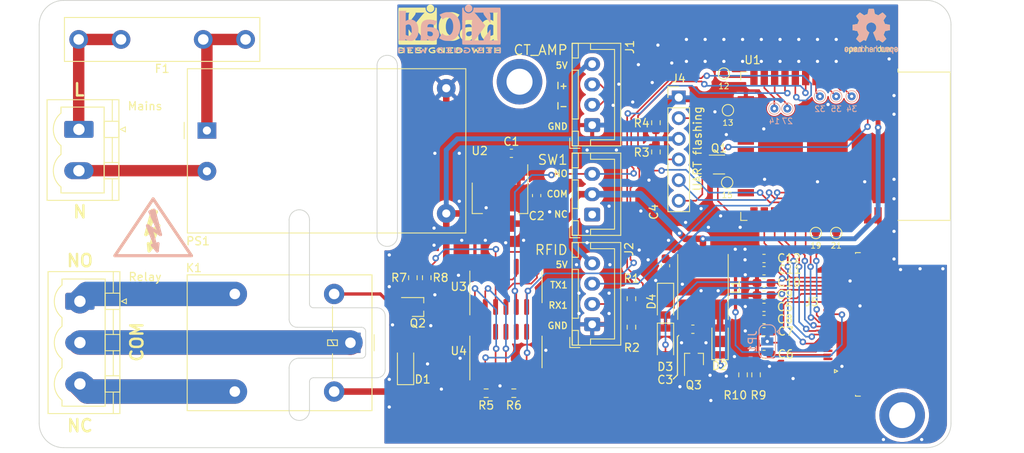
<source format=kicad_pcb>
(kicad_pcb (version 20210925) (generator pcbnew)
  (layers (0 "F.Cu" signal) (31 "B.Cu" signal) (34 "B.Paste" user) (35 "F.Paste" user) (36 "B.SilkS" user "B.Silkscreen") (37 "F.SilkS" user "F.Silkscreen") (38 "B.Mask" user) (39 "F.Mask" user) (44 "Edge.Cuts" user))
  (net 0 "")
  (net 1 "+5V")
  (net 2 "GND")
  (net 3 "+3V3")
  (net 4 "Net-(D1-Pad2)")
  (net 5 "/I_Sens-")
  (net 6 "/I_Sens+")
  (net 7 "Net-(J2-Pad2)")
  (net 8 "/MCU_TX1")
  (net 9 "/N_in")
  (net 10 "/L_in")
  (net 11 "/~{RTS}")
  (net 12 "Net-(J4-Pad4)")
  (net 13 "/MCU_TX0")
  (net 14 "/~{DTR}")
  (net 15 "Net-(F1-Pad2)")
  (net 16 "/~{BOOT}")
  (net 17 "/~{RESET}")
  (net 18 "Net-(Q2-Pad1)")
  (net 19 "/MCU_RX1")
  (net 20 "/MCU_RX0")
  (net 21 "/card_switch")
  (net 22 "/relay_gpio")
  (net 23 "/relay")
  (net 25 "Net-(U1-Pad14)")
  (net 26 "Net-(U1-Pad16)")
  (net 27 "Net-(U1-Pad13)")
  (net 28 "Net-(U1-Pad23)")
  (net 29 "Net-(U1-Pad31)")
  (net 36 "Net-(U1-Pad33)")
  (net 38 "/Display/VGH")
  (net 39 "Net-(C3-Pad1)")
  (net 40 "Net-(C3-Pad2)")
  (net 41 "/Display/VGL")
  (net 43 "Net-(U1-Pad12)")
  (net 45 "Net-(U1-Pad8)")
  (net 46 "/Display/GDR")
  (net 47 "/Relay_trig")
  (net 48 "/Relay_reset")
  (net 49 "/~{relay_gpio}")
  (net 50 "/~{card_switch}")
  (net 51 "Net-(U3-Pad11)")
  (net 52 "/COM")
  (net 53 "/NO")
  (net 54 "/NC")
  (net 55 "/Display/RESE")
  (net 57 "/Display/VSH2")
  (net 58 "/Display/TSCL")
  (net 59 "/Display/TSSDA")
  (net 60 "/Display/BS1")
  (net 61 "/D_BUSY")
  (net 62 "/~{D_RES}")
  (net 63 "/~{D_D{slash}C}")
  (net 64 "/~{D_CS}")
  (net 65 "/SCK")
  (net 66 "/POCI")
  (net 67 "/Display/VDD")
  (net 69 "/Display/VSH1")
  (net 70 "/Display/VSL")
  (net 71 "/Display/VCOM")
  (net 72 "Net-(U1-Pad6)")
  (net 73 "Net-(U1-Pad7)")
  (footprint "Diode_SMD:D_SOD-123" (layer "F.Cu") (at 143.629375 101.933125 90)
    (fp_text reference "D2")
    (fp_text value "MBR0530")
  )
  (footprint "Package_TO_SOT_SMD:SOT-223-3_TabPin2" (layer "F.Cu") (at 116.6 84.3 -90)
    (fp_text reference "U2")
    (fp_text value "AP1117-33")
  )
  (footprint "Fuse:Fuseholder_Littelfuse_445_030_series_5x20mm" (layer "F.Cu") (at 64.85 64.8)
    (fp_text reference "F1")
    (fp_text value "250mA")
  )
  (footprint "TestPoint:TestPoint_Pad_D1.0mm" (layer "F.Cu") (at 155.4 88.6)
    (fp_text reference "TP5" hide)
    (fp_text value "19")
  )
  (footprint "MountingHole:MountingHole_3.2mm_M3_DIN965_Pad" (layer "F.Cu") (at 119 70)
    (fp_text reference "REF**" hide)
    (fp_text value "MountingHole_3.2mm_M3_DIN965_Pad")
  )
  (footprint "Resistor_SMD:R_0603_1608Metric_Pad0.98x0.95mm_HandSolder" (layer "F.Cu") (at 146.454375 106.039855 90)
    (fp_text reference "R10")
    (fp_text value "2R2")
  )
  (footprint "TestPoint:TestPoint_Pad_D1.0mm" (layer "F.Cu") (at 144.6 73.5)
    (fp_text reference "TP2" hide)
    (fp_text value "13")
  )
  (footprint "Resistor_SMD:R_0603_1608Metric_Pad0.98x0.95mm_HandSolder" (layer "F.Cu") (at 135.754855 78.639375 90)
    (fp_text reference "R3")
    (fp_text value "4k7")
  )
  (footprint "Capacitor_SMD:C_0603_1608Metric_Pad1.08x0.95mm_HandSolder" (layer "F.Cu") (at 149.029375 93.239375)
    (fp_text reference "C11")
    (fp_text value "1uF")
  )
  (footprint "Capacitor_SMD:C_0603_1608Metric_Pad1.08x0.95mm_HandSolder" (layer "F.Cu") (at 136.929375 92.633125 90)
    (fp_text reference "C4")
    (fp_text value "4.7uF")
  )
  (footprint "Capacitor_SMD:C_0603_1608Metric_Pad1.08x0.95mm_HandSolder" (layer "F.Cu") (at 149.029375 94.739375)
    (fp_text reference "C10")
    (fp_text value "1uF")
  )
  (footprint "Capacitor_SMD:C_0603_1608Metric_Pad1.08x0.95mm_HandSolder" (layer "F.Cu") (at 140.291875 100.433125 180)
    (fp_text reference "C3")
    (fp_text value "4.7uF")
  )
  (footprint "Capacitor_SMD:C_0603_1608Metric_Pad1.08x0.95mm_HandSolder" (layer "F.Cu") (at 149.029375 97.739375)
    (fp_text reference "C5")
    (fp_text value "4.7uF")
  )
  (footprint "Capacitor_SMD:C_0603_1608Metric_Pad1.08x0.95mm_HandSolder" (layer "F.Cu") (at 149.029375 91.739375)
    (fp_text reference "C12")
    (fp_text value "1uF")
  )
  (footprint "TestPoint:TestPoint_Pad_D1.0mm" (layer "F.Cu") (at 144.5 82.4)
    (fp_text reference "TP4" hide)
    (fp_text value "15")
  )
  (footprint "RF_Module:ESP32-WROOM-32" (layer "F.Cu") (at 156.052355 77.933125 -90)
    (fp_text reference "U1")
    (fp_text value "ESP32-WROOM-32")
  )
  (footprint "Resistor_SMD:R_0603_1608Metric_Pad0.98x0.95mm_HandSolder" (layer "F.Cu") (at 148.054375 106.039855 90)
    (fp_text reference "R9")
    (fp_text value "1M")
  )
  (footprint "Resistor_SMD:R_0603_1608Metric_Pad0.98x0.95mm_HandSolder" (layer "F.Cu") (at 105.9 94.1 -90)
    (fp_text reference "R7")
    (fp_text value "1k")
  )
  (footprint "MountingHole:MountingHole_3.2mm_M3_DIN965_Pad" (layer "F.Cu") (at 166 111)
    (fp_text reference "REF**" hide)
    (fp_text value "MountingHole_3.2mm_M3_DIN965_Pad")
  )
  (footprint "Capacitor_SMD:C_0603_1608Metric_Pad1.08x0.95mm_HandSolder" (layer "F.Cu") (at 121.1 84 90)
    (fp_text reference "C2")
    (fp_text value "1uF")
  )
  (footprint "Connector_JST:JST_XH_B4B-XH-A_1x04_P2.50mm_Vertical" (layer "F.Cu") (at 127.923605 75.333125 90)
    (fp_text reference "J1")
    (fp_text value "CT_AMP")
  )
  (footprint "Diode_SMD:D_SOD-123" (layer "F.Cu") (at 136.929375 101.933125 -90)
    (fp_text reference "D3")
    (fp_text value "MBR0530")
  )
  (footprint "Converter_ACDC:Converter_ACDC_HiLink_HLK-PMxx" (layer "F.Cu") (at 80.6 76)
    (fp_text reference "PS1")
    (fp_text value "HLK-PM01")
  )
  (footprint "Package_SO:SOIC-14_3.9x8.7mm_P1.27mm" (layer "F.Cu") (at 117.33 103.225 90)
    (fp_text reference "U4")
    (fp_text value "4011")
  )
  (footprint "Connector_FFC-FPC:TE_2-1734839-4_1x24-1MP_P0.5mm_Horizontal" (layer "F.Cu") (at 158.229855 99.839375 90)
    (fp_text reference "J5")
    (fp_text value "2-1734839-4")
  )
  (footprint "Resistor_SMD:R_0603_1608Metric_Pad0.98x0.95mm_HandSolder" (layer "F.Cu") (at 107.6 94.1 -90)
    (fp_text reference "R8")
    (fp_text value "10k")
  )
  (footprint "Connector_JST:JST_XH_B4B-XH-A_1x04_P2.50mm_Vertical" (layer "F.Cu") (at 127.923605 99.833125 90)
    (fp_text reference "J2")
    (fp_text value "RFID")
  )
  (footprint "Diode_SMD:D_SOD-123" (layer "F.Cu") (at 105 105 90)
    (fp_text reference "D1")
    (fp_text value "D_Small")
  )
  (footprint "Capacitor_SMD:C_0603_1608Metric_Pad1.08x0.95mm_HandSolder" (layer "F.Cu") (at 149.029375 100.739375)
    (fp_text reference "C7")
    (fp_text value "1uF")
  )
  (footprint "Resistor_SMD:R_0603_1608Metric_Pad0.98x0.95mm_HandSolder" (layer "F.Cu") (at 118.3 108.3 180)
    (fp_text reference "R6")
    (fp_text value "10k")
  )
  (footprint "Capacitor_SMD:C_0603_1608Metric_Pad1.08x0.95mm_HandSolder" (layer "F.Cu") (at 149.029375 96.239375)
    (fp_text reference "C9")
    (fp_text value "1uF")
  )
  (footprint "Package_TO_SOT_SMD:SOT-363_SC-70-6" (layer "F.Cu") (at 143.502355 80.183125)
    (fp_text reference "Q1")
    (fp_text value "MUN5211DW1")
  )
  (footprint "Graphics:kiwi10mm" (layer "F.Cu") (at 131.5 107.5)
    (fp_text reference "G***" hide)
    (fp_text value "LOGO" hide)
  )
  (footprint "Symbol:KiCad-Logo2_5mm_SilkScreen" (layer "F.Cu") (at 110.4 63.5)
    (fp_text reference "REF**" hide)
    (fp_text value "KiCad-Logo2_5mm_SilkScreen" hide)
  )
  (footprint "Package_TO_SOT_SMD:SOT-323_SC-70_Handsoldering" (layer "F.Cu") (at 140.429375 104.133125 90)
    (fp_text reference "Q3")
    (fp_text value "Si1308EDL")
  )
  (footprint "Resistor_SMD:R_0603_1608Metric_Pad0.98x0.95mm_HandSolder" (layer "F.Cu") (at 135.754855 75.039375 90)
    (fp_text reference "R4")
    (fp_text value "9k1")
  )
  (footprint "Resistor_SMD:R_0603_1608Metric_Pad0.98x0.95mm_HandSolder" (layer "F.Cu") (at 132.748605 96.683125 -90)
    (fp_text reference "R1")
    (fp_text value "4k7")
  )
  (footprint "Resistor_SMD:R_0603_1608Metric_Pad0.98x0.95mm_HandSolder" (layer "F.Cu") (at 132.748605 100.183125 -90)
    (fp_text reference "R2")
    (fp_text value "9k1")
  )
  (footprint "Connector_Phoenix_MSTB:PhoenixContact_MSTBVA_2,5_2-G-5,08_1x02_P5.08mm_Vertical" (layer "F.Cu") (at 64.8775 75.86 -90)
    (fp_text reference "J3" hide)
    (fp_text value "Mains")
  )
  (footprint "Relay_THT:Relay_SPDT_Omron-G5LE-1" (layer "F.Cu") (at 98.2275 102.1 -90)
    (fp_text reference "K1")
    (fp_text value "G5LE-1")
  )
  (footprint "Package_TO_SOT_SMD:SOT-323_SC-70_Handsoldering" (layer "F.Cu") (at 106.5 97.7)
    (fp_text reference "Q2")
    (fp_text value "Q_NMOS_GDS")
  )
  (footprint "Diode_SMD:D_SOD-123" (layer "F.Cu") (at 136.929375 97.033125 -90)
    (fp_text reference "D4")
    (fp_text value "MBR0530")
  )
  (footprint "Capacitor_SMD:C_0603_1608Metric_Pad1.08x0.95mm_HandSolder" (layer "F.Cu") (at 149.029375 103.539375)
    (fp_text reference "C6")
    (fp_text value "1uF")
  )
  (footprint "Inductor_SMD:L_Taiyo-Yuden_NR-60xx_HandSoldering" (layer "F.Cu") (at 141.529375 95.233125 -90)
    (fp_text reference "L1")
    (fp_text value "47uH")
  )
  (footprint "Symbol:OSHW-Logo2_7.3x6mm_SilkScreen" (layer "F.Cu") (at 162.2 63.8)
    (fp_text reference "REF**" hide)
    (fp_text value "OSHW-Logo2_7.3x6mm_SilkScreen" hide)
  )
  (footprint "Connector_Phoenix_MSTB:PhoenixContact_MSTBVA_2,5_3-G-5,08_1x03_P5.08mm_Vertical" (layer "F.Cu") (at 65 97 -90)
    (fp_text reference "J6" hide)
    (fp_text value "Relay")
  )
  (footprint "Capacitor_SMD:C_0603_1608Metric_Pad1.08x0.95mm_HandSolder" (layer "F.Cu") (at 149.029375 99.239375)
    (fp_text reference "C8")
    (fp_text value "1uF")
  )
  (footprint "TestPoint:TestPoint_Pad_D1.0mm" (layer "F.Cu") (at 144.1 69)
    (fp_text reference "TP1" hide)
    (fp_text value "12")
  )
  (footprint "Package_SO:SOIC-14_3.9x8.7mm_P1.27mm" (layer "F.Cu") (at 117.33 95.225 90)
    (fp_text reference "U3")
    (fp_text value "4011")
  )
  (footprint "TestPoint:TestPoint_Pad_D1.0mm" (layer "F.Cu") (at 157.9 88.6)
    (fp_text reference "TP6" hide)
    (fp_text value "21")
  )
  (footprint "Connector_PinHeader_2.54mm:PinHeader_1x06_P2.54mm_Vertical" (layer "F.Cu") (at 138.554855 71.939375)
    (fp_text reference "J4")
    (fp_text value "UART flashing")
  )
  (footprint "Capacitor_SMD:C_0603_1608Metric_Pad1.08x0.95mm_HandSolder" (layer "F.Cu") (at 118 78.8)
    (fp_text reference "C1")
    (fp_text value "10uF")
  )
  (footprint "Resistor_SMD:R_0603_1608Metric_Pad0.98x0.95mm_HandSolder" (layer "F.Cu") (at 114.9 108.3)
    (fp_text reference "R5")
    (fp_text value "10k")
  )
  (footprint "Symbol:Symbol_HighVoltage_Type2_CopperTop_VerySmall" (layer "F.Cu") (at 74 88.6)
    (fp_text reference "REF**" hide)
    (fp_text value "Symbol_HighVoltage_Type2_CopperTop_VerySmall")
  )
  (footprint "Connector_JST:JST_XH_B3B-XH-A_1x03_P2.50mm_Vertical" (layer "F.Cu") (at 127.923605 86.333125 90)
    (fp_text reference "SW1")
    (fp_text value "SW_SPDT" hide)
  )
  (footprint "TestPoint:TestPoint_Pad_D1.0mm" (layer "B.Cu") (at 151.9 73.3 180)
    (fp_text reference "TP7" hide)
    (fp_text value "27")
  )
  (footprint "Symbol:Symbol_HighVoltage_Type2_CopperTop_VerySmall" (layer "B.Cu") (at 74 88.6 180)
    (fp_text reference "REF**" hide)
    (fp_text value "Symbol_HighVoltage_Type2_CopperTop_VerySmall")
  )
  (footprint "TestPoint:TestPoint_Pad_D1.0mm" (layer "B.Cu") (at 150.3 73.3 180)
    (fp_text reference "TP3" hide)
    (fp_text value "14")
  )
  (footprint "Symbol:KiCad-Logo2_5mm_SilkScreen" (layer "B.Cu") (at 110.4 63.5 180)
    (fp_text reference "REF**" hide)
    (fp_text value "KiCad-Logo2_5mm_SilkScreen" hide)
  )
  (footprint "TestPoint:TestPoint_Pad_D1.0mm" (layer "B.Cu") (at 159.8 71.8 180)
    (fp_text reference "TP9" hide)
    (fp_text value "34")
  )
  (footprint "TestPoint:TestPoint_Pad_D1.0mm" (layer "B.Cu") (at 155.9 71.8 180)
    (fp_text reference "TP8" hide)
    (fp_text value "32")
  )
  (footprint "Jumper:SolderJumper-3_P1.3mm_Bridged12_RoundedPad1.0x1.5mm" (layer "B.Cu") (at 149.429375 101.939375 -90)
    (fp_text reference "JP1")
    (fp_text value "D_BS")
  )
  (footprint "TestPoint:TestPoint_Pad_D1.0mm" (layer "B.Cu") (at 157.9 71.8 180)
    (fp_text reference "TP10" hide)
    (fp_text value "35")
  )
  (footprint "Symbol:OSHW-Logo2_7.3x6mm_SilkScreen" (layer "B.Cu") (at 162.2 63.8 180)
    (fp_text reference "REF**" hide)
    (fp_text value "OSHW-Logo2_7.3x6mm_SilkScreen" hide)
  )
  (footprint "Graphics:kiwi10mm" (layer "B.Cu") (at 127.549124 107.5 180)
    (fp_text reference "G***" hide)
    (fp_text value "LOGO" hide)
  )
  (gr_line (start 138.4 106.05) (end 138.4 101.35) (layer "F.SilkS") (width 0.15))
  (gr_line (start 137.9 106.55) (end 138.4 106.05) (layer "F.SilkS") (width 0.15))
  (gr_line (start 138.4 101.35) (end 138.55 101.2) (layer "F.SilkS") (width 0.15))
  (gr_arc (start 102.75 89) (end 104 89) (angle 180) (layer "Edge.Cuts") (width 0.1))
  (gr_arc (start 102.75 68) (end 101.5 68) (angle 180) (layer "Edge.Cuts") (width 0.1))
  (gr_line (start 91.9 104) (end 99.6 104) (layer "Edge.Cuts") (width 0.1))
  (gr_line (start 100.1 103.5) (end 100.1 100.7) (layer "Edge.Cuts") (width 0.1))
  (gr_arc (start 101.5 98.8) (end 101.5 97.8) (angle 90) (layer "Edge.Cuts") (width 0.1))
  (gr_line (start 90.7 99.2) (end 90.7 86.992893) (layer "Edge.Cuts") (width 0.1))
  (gr_line (start 101.5 89) (end 101.5 68) (layer "Edge.Cuts") (width 0.1))
  (gr_line (start 99.6 100.2) (end 91.7 100.2) (layer "Edge.Cuts") (width 0.1))
  (gr_line (start 93.7 97.8) (end 101.5 97.8) (layer "Edge.Cuts") (width 0.1))
  (gr_arc (start 91.95001 86.992893) (end 90.7 86.992893) (angle 180.32576) (layer "Edge.Cuts") (width 0.1))
  (gr_arc (start 93.7 106.9) (end 93.2 106.9) (angle 90) (layer "Edge.Cuts") (width 0.1))
  (gr_line (start 172 63) (end 172 112) (layer "Edge.Cuts") (width 0.1))
  (gr_arc (start 93.7 97.3) (end 93.7 97.8) (angle 90) (layer "Edge.Cuts") (width 0.1))
  (gr_arc (start 63 112) (end 60 112) (angle -90) (layer "Edge.Cuts") (width 0.1))
  (gr_arc (start 169 112) (end 169 115) (angle -90) (layer "Edge.Cuts") (width 0.1))
  (gr_arc (start 99.6 103.5) (end 99.6 104) (angle -90) (layer "Edge.Cuts") (width 0.1))
  (gr_arc (start 91.7 99.2) (end 91.7 100.2) (angle 90) (layer "Edge.Cuts") (width 0.1))
  (gr_line (start 90.7 110.4) (end 90.7 105.2) (layer "Edge.Cuts") (width 0.1))
  (gr_line (start 60 112) (end 60 63) (layer "Edge.Cuts") (width 0.1))
  (gr_line (start 93.2 87) (end 93.2 97.3) (layer "Edge.Cuts") (width 0.1))
  (gr_arc (start 91.95 110.4) (end 90.7 110.4) (angle -180) (layer "Edge.Cuts") (width 0.1))
  (gr_line (start 63 60) (end 169 60) (layer "Edge.Cuts") (width 0.1))
  (gr_line (start 102.5 98.8) (end 102.5 105.4) (layer "Edge.Cuts") (width 0.1))
  (gr_arc (start 63 63) (end 63 60) (angle -90) (layer "Edge.Cuts") (width 0.1))
  (gr_line (start 169 115) (end 63 115) (layer "Edge.Cuts") (width 0.1))
  (gr_arc (start 169 63) (end 172 63) (angle -90) (layer "Edge.Cuts") (width 0.1))
  (gr_line (start 101.5 106.4) (end 93.7 106.4) (layer "Edge.Cuts") (width 0.1))
  (gr_arc (start 91.9 105.2) (end 90.7 105.2) (angle 90) (layer "Edge.Cuts") (width 0.1))
  (gr_arc (start 99.6 100.7) (end 99.6 100.2) (angle 90) (layer "Edge.Cuts") (width 0.1))
  (gr_line (start 93.2 106.9) (end 93.2 110.4) (layer "Edge.Cuts") (width 0.1))
  (gr_line (start 104 89) (end 104 68) (layer "Edge.Cuts") (width 0.1))
  (gr_arc (start 101.5 105.4) (end 102.5 105.4) (angle 90) (layer "Edge.Cuts") (width 0.1))
  (gr_text "GND" (at 125 100) (layer "F.SilkS") (effects (font (size 0.8 0.8)) (justify right)))
  (gr_text "I+" (at 125 70.5) (layer "F.SilkS") (effects (font (size 0.8 0.8)) (justify right)))
  (gr_text "5V" (at 125 92.5) (layer "F.SilkS") (effects (font (size 0.8 0.8)) (justify right)))
  (gr_text "5V" (at 125 68) (layer "F.SilkS") (effects (font (size 0.8 0.8)) (justify right)))
  (gr_text "I-" (at 125 73) (layer "F.SilkS") (effects (font (size 0.8 0.8)) (justify right)))
  (gr_text "GND" (at 125 75.5) (layer "F.SilkS") (effects (font (size 0.8 0.8)) (justify right)))
  (gr_text "NC" (at 125 86.3) (layer "F.SilkS") (effects (font (size 0.8 0.8)) (justify right)))
  (gr_text "N" (at 65 86) (layer "F.SilkS") (effects (font (size 1.5 1.5) (thickness 0.3))))
  (gr_text "NO" (at 65 92) (layer "F.SilkS") (effects (font (size 1.5 1.5) (thickness 0.3))))
  (gr_text "NC" (at 65 112.3) (layer "F.SilkS") (effects (font (size 1.5 1.5) (thickness 0.3))))
  (gr_text "L" (at 64.9 71) (layer "F.SilkS") (effects (font (size 1.5 1.5) (thickness 0.3))))
  (gr_text "NO" (at 125 81.3) (layer "F.SilkS") (effects (font (size 0.8 0.8)) (justify right)))
  (gr_text "COM" (at 125 83.8) (layer "F.SilkS") (effects (font (size 0.8 0.8)) (justify right)))
  (gr_text "COM" (at 72 102 90) (layer "F.SilkS") (effects (font (size 1.5 1.5) (thickness 0.3))))
  (gr_text "RX1" (at 125 97.5) (layer "F.SilkS") (effects (font (size 0.8 0.8)) (justify right)))
  (gr_text "TX1" (at 125 95) (layer "F.SilkS") (effects (font (size 0.8 0.8)) (justify right)))
  (segment (start 110 86.2) (end 110 91.3) (width 0.8) (layer "F.Cu") (net 1))
  (segment (start 105 106.65) (end 105 108) (width 0.4) (layer "F.Cu") (net 1))
  (segment (start 110 104.9) (end 106.8 108.1) (width 0.8) (layer "F.Cu") (net 1))
  (segment (start 114.3 79.1) (end 114.3 81.15) (width 0.8) (layer "F.Cu") (net 1))
  (segment (start 105 108) (end 105.1 108.1) (width 0.4) (layer "F.Cu") (net 1))
  (segment (start 106.8 108.1) (end 105.1 108.1) (width 0.8) (layer "F.Cu") (net 1))
  (segment (start 110 91.3) (end 110 104.9) (width 0.8) (layer "F.Cu") (net 1))
  (segment (start 105.1 108.1) (end 96.2275 108.1) (width 0.8) (layer "F.Cu") (net 1))
  (segment (start 114.3 81.15) (end 114.3 84.1) (width 0.8) (layer "F.Cu") (net 1))
  (segment (start 112.2 86.2) (end 110 86.2) (width 0.8) (layer "F.Cu") (net 1))
  (segment (start 114.3 84.1) (end 112.2 86.2) (width 0.8) (layer "F.Cu") (net 1))
  (segment (start 114.6 78.8) (end 114.3 79.1) (width 0.8) (layer "F.Cu") (net 1))
  (segment (start 117.1375 78.8) (end 114.6 78.8) (width 0.8) (layer "F.Cu") (net 1))
  (segment (start 125.848605 69.333125) (end 127.348605 67.833125) (width 0.6) (layer "B.Cu") (net 1))
  (segment (start 125.868125 77.019375) (end 111.368125 77.019375) (width 0.6) (layer "B.Cu") (net 1))
  (segment (start 125.868125 77.019375) (end 125.848605 77.038895) (width 0.6) (layer "B.Cu") (net 1))
  (segment (start 125.848605 77.038895) (end 125.848605 90.258125) (width 0.6) (layer "B.Cu") (net 1))
  (segment (start 111.368125 77.019375) (end 110 78.3875) (width 0.6) (layer "B.Cu") (net 1))
  (segment (start 110 78.3875) (end 110 86.2) (width 0.6) (layer "B.Cu") (net 1))
  (segment (start 138.554855 77.019375) (end 126.734855 77.019375) (width 0.6) (layer "B.Cu") (net 1))
  (segment (start 127.348605 67.833125) (end 127.923605 67.833125) (width 0.6) (layer "B.Cu") (net 1))
  (segment (start 125.848605 90.258125) (end 127.923605 92.333125) (width 0.6) (layer "B.Cu") (net 1))
  (segment (start 126.734855 77.019375) (end 125.868125 77.019375) (width 0.6) (layer "B.Cu") (net 1))
  (segment (start 125.848605 75.733125) (end 125.848605 77.038895) (width 0.6) (layer "B.Cu") (net 1))
  (segment (start 125.848605 75.733125) (end 125.848605 69.333125) (width 0.6) (layer "B.Cu") (net 1))
  (segment (start 125.848605 76.133125) (end 125.848605 75.733125) (width 0.6) (layer "B.Cu") (net 1))
  (segment (start 127.923605 99.833125) (end 129.698605 99.833125) (width 0.6) (layer "F.Cu") (net 2))
  (segment (start 146.797355 72.218125) (end 148.633605 72.218125) (width 0.6) (layer "F.Cu") (net 2))
  (segment (start 117.3875 108.3) (end 116.6 108.3) (width 0.4) (layer "F.Cu") (net 2))
  (segment (start 156.879855 97.589375) (end 160.798125 97.589375) (width 0.2) (layer "F.Cu") (net 2))
  (segment (start 118.8625 77.5625) (end 118.8625 78.8) (width 0.8) (layer "F.Cu") (net 2))
  (segment (start 117.7 76.4) (end 118.8625 77.5625) (width 0.8) (layer "F.Cu") (net 2))
  (segment (start 108.1 100) (end 108.1 98.7) (width 0.4) (layer "F.Cu") (net 2))
  (segment (start 108.1 97.8) (end 108 97.7) (width 0.4) (layer "F.Cu") (net 2))
  (segment (start 127.923605 99.833125) (end 122.254375 99.833125) (width 0.4) (layer "F.Cu") (net 2))
  (segment (start 149 72.58452) (end 149 75.8) (width 0.6) (layer "F.Cu") (net 2))
  (segment (start 106.5 97.1) (end 106.5 98.4) (width 0.2) (layer "F.Cu") (net 2))
  (segment (start 153.348605 76.933125) (end 156.807355 76.933125) (width 0.6) (layer "F.Cu") (net 2))
  (segment (start 121.14 104.115) (end 122.23 103.025) (width 0.4) (layer "F.Cu") (net 2))
  (segment (start 122.254375 99.833125) (end 122.23 99.8575) (width 0.4) (layer "F.Cu") (net 2))
  (segment (start 118.8625 78.8) (end 118.8625 81.1125) (width 0.8) (layer "F.Cu") (net 2))
  (segment (start 164.307355 94.080145) (end 160.82 97.5675) (width 0.4) (layer "F.Cu") (net 2))
  (segment (start 111.3 76.4) (end 117.7 76.4) (width 0.8) (layer "F.Cu") (net 2))
  (segment (start 136.929375 93.495625) (end 136.929375 94.439375) (width 0.4) (layer "F.Cu") (net 2))
  (segment (start 107.83 96.77) (end 106.83 96.77) (width 0.2) (layer "F.Cu") (net 2))
  (segment (start 121.1 81.3) (end 120.95 81.15) (width 0.8) (layer "F.Cu") (net 2))
  (segment (start 110 70.8) (end 110 75.1) (width 0.8) (layer "F.Cu") (net 2))
  (segment (start 122.23 96.225) (end 121.93 95.925) (width 0.4) (layer "F.Cu") (net 2))
  (segment (start 130.961105 101.095625) (end 132.748605 101.095625) (width 0.6) (layer "F.Cu") (net 2))
  (segment (start 138.554855 71.939375) (end 137.942355 71.939375) (width 0.6) (layer "F.Cu") (net 2))
  (segment (start 137.942355 71.939375) (end 135.754855 74.126875) (width 0.6) (layer "F.Cu") (net 2))
  (segment (start 146.729375 100.639375) (end 148.066875 100.639375) (width 0.2) (layer "F.Cu") (net 2))
  (segment (start 148.166875 96.239375) (end 148.166875 91.739375) (width 0.2) (layer "F.Cu") (net 2))
  (segment (start 147.229375 93.239375) (end 146.729375 93.739375) (width 0.4) (layer "F.Cu") (net 2))
  (segment (start 138.833605 72.218125) (end 138.554855 71.939375) (width 0.6) (layer "F.Cu") (net 2))
  (segment (start 164.307355 86.433125) (end 164.307355 91.485881) (width 0.2) (layer "F.Cu") (net 2))
  (segment (start 121.93 95.925) (end 121.43 95.925) (width 0.4) (layer "F.Cu") (net 2))
  (segment (start 160.798125 97.589375) (end 160.82 97.5675) (width 0.2) (layer "F.Cu") (net 2))
  (segment (start 135.729375 94.452355) (end 135.248605 94.933125) (width 0.4) (layer "F.Cu") (net 2))
  (segment (start 148.80774 72.39226) (end 149 72.58452) (width 0.6) (layer "F.Cu") (net 2))
  (segment (start 118.8625 81.1125) (end 118.9 81.15) (width 0.8) (layer "F.Cu") (net 2))
  (segment (start 107.83 97.7) (end 107.83 96.77) (width 0.2) (layer "F.Cu") (net 2))
  (segment (start 148.054375 105.127355) (end 146.454375 105.127355) (width 0.2) (layer "F.Cu") (net 2))
  (segment (start 153.348605 76.933125) (end 150.133125 76.933125) (width 0.6) (layer "F.Cu") (net 2))
  (segment (start 148.166875 105.014855) (end 148.054375 105.127355) (width 0.2) (layer "F.Cu") (net 2))
  (segment (start 121.14 96.215) (end 121.14 97.7) (width 0.4) (layer "F.Cu") (net 2))
  (segment (start 120.95 81.15) (end 118.9 81.15) (width 0.8) (layer "F.Cu") (net 2))
  (segment (start 107.83 96.77) (end 107.83 96.43) (width 0.2) (layer "F.Cu") (net 2))
  (segment (start 148.633605 72.218125) (end 148.80774 72.39226) (width 0.6) (layer "F.Cu") (net 2))
  (segment (start 107.6 96.2) (end 107.7 96.3) (width 0.2) (layer "F.Cu") (net 2))
  (segment (start 148.166875 103.539375) (end 148.166875 100.739375) (width 0.2) (layer "F.Cu") (net 2))
  (segment (start 121.14 105.7) (end 121.14 104.115) (width 0.4) (layer "F.Cu") (net 2))
  (segment (start 108.1 98.7) (end 108.1 97.8) (width 0.4) (layer "F.Cu") (net 2))
  (segment (start 121.43 95.925) (end 121.14 96.215) (width 0.4) (layer "F.Cu") (net 2))
  (segment (start 150.133125 76.933125) (end 149 75.8) (width 0.6) (layer "F.Cu") (net 2))
  (segment (start 106.8 98.7) (end 108.1 98.7) (width 0.2) (layer "F.Cu") (net 2))
  (segment (start 116.6 108.3) (end 115.8125 108.3) (width 0.4) (layer "F.Cu") (net 2))
  (segment (start 129.698605 99.833125) (end 130.961105 101.095625) (width 0.6) (layer "F.Cu") (net 2))
  (segment (start 122.23 103.025) (end 122.23 99.8575) (width 0.4) (layer "F.Cu") (net 2))
  (segment (start 164.307355 69.433125) (end 164.307355 86.433125) (width 0.6) (layer "F.Cu") (net 2))
  (segment (start 107.83 96.43) (end 107.7 96.3) (width 0.2) (layer "F.Cu") (net 2))
  (segment (start 135.729375 94.439375) (end 135.729375 94.452355) (width 0.4) (layer "F.Cu") (net 2))
  (segment (start 134.186105 101.095625) (end 132.748605 101.095625) (width 0.4) (layer "F.Cu") (net 2))
  (segment (start 106.5 98.4) (end 106.8 98.7) (width 0.2) (layer "F.Cu") (net 2))
  (segment (start 135.248605 100.033125) (end 134.186105 101.095625) (width 0.4) (layer "F.Cu") (net 2))
  (segment (start 136.929375 94.439375) (end 136.929375 95.383125) (width 0.4) (layer "F.Cu") (net 2))
  (segment (start 122.23 99.8575) (end 122.23 96.225) (width 0.4) (layer "F.Cu") (net 2))
  (segment (start 146.797355 72.218125) (end 138.833605 72.218125) (width 0.6) (layer "F.Cu") (net 2))
  (segment (start 106.83 96.77) (end 106.5 97.1) (width 0.2) (layer "F.Cu") (net 2))
  (segment (start 148.166875 103.539375) (end 148.166875 105.014855) (width 0.2) (layer "F.Cu") (net 2))
  (segment (start 148.166875 100.739375) (end 148.166875 97.739375) (width 0.2) (layer "F.Cu") (net 2))
  (segment (start 148.166875 97.739375) (end 148.166875 96.239375) (width 0.2) (layer "F.Cu") (net 2))
  (segment (start 110 75.1) (end 111.3 76.4) (width 0.8) (layer "F.Cu") (net 2))
  (segment (start 116.6 108.3) (end 116.6 107.4) (width 0.4) (layer "F.Cu") (net 2))
  (segment (start 156.807355 76.933125) (end 164.166105 76.933125) (width 0.6) (layer "F.Cu") (net 2))
  (segment (start 148.066875 100.639375) (end 148.166875 100.739375) (width 0.2) (layer "F.Cu") (net 2))
  (segment (start 148.166875 91.739375) (end 148.166875 103.539375) (width 0.4) (layer "F.Cu") (net 2))
  (segment (start 136.929375 94.439375) (end 135.729375 94.439375) (width 0.4) (layer "F.Cu") (net 2))
  (segment (start 135.248605 94.933125) (end 135.248605 100.033125) (width 0.4) (layer "F.Cu") (net 2))
  (segment (start 148.166875 93.239375) (end 147.229375 93.239375) (width 0.4) (layer "F.Cu") (net 2))
  (segment (start 107.6 95.0125) (end 107.6 96.2) (width 0.2) (layer "F.Cu") (net 2))
  (segment (start 121.1 83.1375) (end 121.1 81.3) (width 0.8) (layer "F.Cu") (net 2))
  (segment (start 148.166875 97.739375) (end 146.829375 97.739375) (width 0.2) (layer "F.Cu") (net 2))
  (segment (start 146.829375 97.739375) (end 146.729375 97.639375) (width 0.2) (layer "F.Cu") (net 2))
  (segment (start 164.307355 86.433125) (end 164.307355 94.080145) (width 0.4) (layer "F.Cu") (net 2))
  (via (at 122.7 86) (size 0.8) (drill 0.4) (layers "F.Cu" "B.Cu") (net 2))
  (via (at 127.3 88.4) (size 0.8) (drill 0.4) (layers "F.Cu" "B.Cu") (net 2))
  (via (at 146.729375 100.639375) (size 0.8) (drill 0.4) (layers "F.Cu" "B.Cu") (net 2))
  (via (at 133.6 67.9) (size 0.8) (drill 0.4) (layers "F.Cu" "B.Cu") (net 2))
  (via (at 165 88.4) (size 0.8) (drill 0.4) (layers "F.Cu" "B.Cu") (net 2))
  (via (at 130 85.3) (size 0.8) (drill 0.4) (layers "F.Cu" "B.Cu") (net 2))
  (via (at 103 106.6) (size 0.8) (drill 0.4) (layers "F.Cu" "B.Cu") (net 2))
  (via (at 146.7 91.9) (size 0.8) (drill 0.4) (layers "F.Cu" "B.Cu") (net 2))
  (via (at 160.82 97.5675) (size 0.8) (drill 0.4) (layers "F.Cu" "B.Cu") (net 2))
  (via (at 168.4 114) (size 0.8) (drill 0.4) (layers "F.Cu" "B.Cu") (net 2))
  (via (at 108.6 78.8) (size 0.8) (drill 0.4) (layers "F.Cu" "B.Cu") (net 2))
  (via (at 146.4 67.5) (size 0.8) (drill 0.4) (layers "F.Cu" "B.Cu") (net 2))
  (via (at 130.1 92.5) (size 0.8) (drill 0.4) (layers "F.Cu" "B.Cu") (net 2))
  (via (at 103 91.3) (size 0.8) (drill 0.4) (layers "F.Cu" "B.Cu") (net 2))
  (via (at 164.4 67.2) (size 0.8) (drill 0.4) (layers "F.Cu" "B.Cu") (net 2))
  (via (at 149 75.8) (size 0.8) (drill 0.4) (layers "F.Cu" "B.Cu") (net 2))
  (via (at 165 84.4) (size 0.8) (drill 0.4) (layers "F.Cu" "B.Cu") (net 2))
  (via (at 155.6 67.5) (size 0.8) (drill 0.4) (layers "F.Cu" "B.Cu") (net 2))
  (via (at 117.3 89.8) (size 0.8) (drill 0.4) (layers "F.Cu" "B.Cu") (net 2))
  (via (at 116.6 107.4) (size 0.8) (drill 0.4) (layers "F.Cu" "B.Cu") (net 2))
  (via (at 148.7 64.8) (size 0.8) (drill 0.4) (layers "F.Cu" "B.Cu") (net 2))
  (via (at 146.729375 97.639375) (size 0.8) (drill 0.4) (layers "F.Cu" "B.Cu") (net 2))
  (via (at 137.3 89.5) (size 0.8) (drill 0.4) (layers "F.Cu" "B.Cu") (net 2))
  (via (at 103.4 99.9) (size 0.8) (drill 0.4) (layers "F.Cu" "B.Cu") (net 2))
  (via (at 145.4 103.8) (size 0.8) (drill 0.4) (layers "F.Cu" "B.Cu") (net 2))
  (via (at 114.8 89.5) (size 0.8) (drill 0.4) (layers "F.Cu" "B.Cu") (net 2))
  (via (at 151 67.5) (size 0.8) (drill 0.4) (layers "F.Cu" "B.Cu") (net 2))
  (via (at 143.4 95.7) (size 0.8) (drill 0.4) (layers "F.Cu" "B.Cu") (net 2))
  (via (at 139.4 87.3) (size 0.8) (drill 0.4) (layers "F.Cu" "B.Cu") (net 2))
  (via (at 142.5 109.2) (size 0.8) (drill 0.4) (layers "F.Cu" "B.Cu") (net 2))
  (via (at 171 93) (size 0.8) (drill 0.4) (layers "F.Cu" "B.Cu") (net 2))
  (via (at 114.9 85.5) (size 0.8) (drill 0.4) (layers "F.Cu" "B.Cu") (net 2))
  (via (at 139.5 64.8) (size 0.8) (drill 0.4) (layers "F.Cu" "B.Cu") (net 2))
  (via (at 139 94.9) (size 0.8) (drill 0.4) (layers "F.Cu" "B.Cu") (net 2))
  (via (at 111.6 78.8) (size 0.8) (drill 0.4) (layers "F.Cu" "B.Cu") (net 2))
  (via (at 157.9 64.8) (size 0.8) (drill 0.4) (layers "F.Cu" "B.Cu") (net 2))
  (via (at 141.3 95.7) (size 0.8) (drill 0.4) (layers "F.Cu" "B.Cu") (net 2))
  (via (at 146.729375 93.739375) (size 0.8) (drill 0.4) (layers "F.Cu" "B.Cu") (net 2))
  (via (at 146.1 87.9) (size 0.8) (drill 0.4) (layers "F.Cu" "B.Cu") (net 2))
  (via (at 165 82) (size 0.8) (drill 0.4) (layers "F.Cu" "B.Cu") (net 2))
  (via (at 142.4 106.1) (size 0.8) (drill 0.4) (layers "F.Cu" "B.Cu") (net 2))
  (via (at 144.1 67.5) (size 0.8) (drill 0.4) (layers "F.Cu" "B.Cu") (net 2))
  (via (at 148.7 67.5) (size 0.8) (drill 0.4) (layers "F.Cu" "B.Cu") (net 2))
  (via (at 168.2 93) (size 0.8) (drill 0.4) (layers "F.Cu" "B.Cu") (net 2))
  (via (at 155.6 64.8) (size 0.8) (drill 0.4) (layers "F.Cu" "B.Cu") (net 2))
  (via (at 133.7 90.7) (size 0.8) (drill 0.4) (layers "F.Cu" "B.Cu") (net 2))
  (via (at 141.8 67.5) (size 0.8) (drill 0.4) (layers "F.Cu" "B.Cu") (net 2))
  (via (at 111.7 104) (size 0.8) (drill 0.4) (layers "F.Cu" "B.Cu") (net 2))
  (via (at 143 73.7) (size 0.8) (drill 0.4) (layers "F.Cu" "B.Cu") (net 2))
  (via (at 127.3 89.8) (size 0.8) (drill 0.4) (layers "F.Cu" "B.Cu") (net 2))
  (via (at 103 95.2) (size 0.8) (drill 0.4) (layers "F.Cu" "B.Cu") (net 2))
  (via (at 165 71.7) (size 0.8) (drill 0.4) (layers "F.Cu" "B.Cu") (net 2))
  (via (at 144.4 106.2) (size 0.8) (drill 0.4) (layers "F.Cu" "B.Cu") (net 2))
  (via (at 130 98.5) (size 0.8) (drill 0.4) (layers "F.Cu" "B.Cu") (net 2))
  (via (at 111.9 89.5) (size 0.8) (drill 0.4) (layers "F.Cu" "B.Cu") (net 2))
  (via (at 157.9 67.5) (size 0.8) (drill 0.4) (layers "F.Cu" "B.Cu") (net 2))
  (via (at 151 64.8) (size 0.8) (drill 0.4) (layers "F.Cu" "B.Cu") (net 2))
  (via (at 108.6 96.2) (size 0.8) (drill 0.4) (layers "F.Cu" "B.Cu") (net 2))
  (via (at 111.6 84.7) (size 0.8) (drill 0.4) (layers "F.Cu" "B.Cu") (net 2))
  (via (at 130.9 78.4) (size 0.8) (drill 0.4) (layers "F.Cu" "B.Cu") (net 2))
  (via (at 131.2 70.3) (size 0.8) (drill 0.4) (layers "F.Cu" "B.Cu") (net 2))
  (via (at 139.5 67.5) (size 0.8) (drill 0.4) (layers "F.Cu" "B.Cu") (net 2))
  (via (at 107.7 104.7) (size 0.8) (drill 0.4) (layers "F.Cu" "B.Cu") (net 2))
  (via (at 126.3 96) (size 0.8) (drill 0.4) (layers "F.Cu" "B.Cu") (net 2))
  (via (at 153.3 67.5) (size 0.8) (drill 0.4) (layers "F.Cu" "B.Cu") (net 2))
  (via (at 109.4 107.8) (size 0.8) (drill 0.4) (layers "F.Cu" "B.Cu") (net 2))
  (via (at 134.9 82.1) (size 0.8) (drill 0.4) (layers "F.Cu" "B.Cu") (net 2))
  (via (at 133.9 85.9) (size 0.8) (drill 0.4) (layers "F.Cu" "B.Cu") (net 2))
  (via (at 158.6 105) (size 0.8) (drill 0.4) (layers "F.Cu" "B.Cu") (net 2))
  (via (at 111.5 93.8) (size 0.8) (drill 0.4) (layers "F.Cu" "B.Cu") (net 2))
  (via (at 165.8 93.1) (size 0.8) (drill 0.4) (layers "F.Cu" "B.Cu") (net 2))
  (via (at 130 96) (size 0.8) (drill 0.4) (layers "F.Cu" "B.Cu") (net 2))
  (via (at 126.3 98.5) (size 0.8) (drill 0.4) (layers "F.Cu" "B.Cu") (net 2))
  (via (at 142.2 87.9) (size 0.8) (drill 0.4) (layers "F.Cu" "B.Cu") (net 2))
  (via (at 145.5 90.6) (size 0.8) (drill 0.4) (layers "F.Cu" "B.Cu") (net 2))
  (via (at 135.729375 94.439375) (size 0.8) (drill 0.4) (layers "F.Cu" "B.Cu") (net 2))
  (via (at 165 91.8) (size 0.8) (drill 0.4) (layers "F.Cu" "B.Cu") (net 2))
  (via (at 149.1 82) (size 0.8) (drill 0.4) (layers "F.Cu" "B.Cu") (net 2))
  (via (at 108.5 88) (size 0.8) (drill 0.4) (layers "F.Cu" "B.Cu") (net 2))
  (via (at 161.4 82.3) (size 0.8) (drill 0.4) (layers "F.Cu" "B.Cu") (net 2))
  (via (at 126 92.5) (size 0.8) (drill 0.4) (layers "F.Cu" "B.Cu") (net 2))
  (via (at 138.7 107.5) (size 0.8) (drill 0.4) (layers "F.Cu" "B.Cu") (net 2))
  (via (at 130.5 72.9) (size 0.8) (drill 0.4) (layers "F.Cu" "B.Cu") (net 2))
  (via (at 141.3 85.6) (size 0.8) (drill 0.4) (layers "F.Cu" "B.Cu") (net 2))
  (via (at 149.7 105) (size 0.8) (drill 0.4) (layers "F.Cu" "B.Cu") (net 2))
  (via (at 146.7 90.6) (size 0.8) (drill 0.4) (layers "F.Cu" "B.Cu") (net 2))
  (via (at 144.4 76.5) (size 0.8) (drill 0.4) (layers "F.Cu" "B.Cu") (net 2))
  (via (at 143.7 86.5) (size 0.8) (drill 0.4) (layers "F.Cu" "B.Cu") (net 2))
  (via (at 127.3 78.4) (size 0.8) (drill 0.4) (layers "F.Cu" "B.Cu") (net 2))
  (via (at 141.8 64.8) (size 0.8) (drill 0.4) (layers "F.Cu" "B.Cu") (net 2))
  (via (at 165 74) (size 0.8) (drill 0.4) (layers "F.Cu" "B.Cu") (net 2))
  (via (at 103 110) (size 0.8) (drill 0.4) (layers "F.Cu" "B.Cu") (net 2))
  (via (at 156.9 72.8) (size 0.8) (drill 0.4) (layers "F.Cu" "B.Cu") (net 2))
  (via (at 146.4 64.8) (size 0.8) (drill 0.4) (layers "F.Cu" "B.Cu") (net 2))
  (via (at 137.7 67.7) (size 0.8) (drill 0.4) (layers "F.Cu" "B.Cu") (net 2))
  (via (at 163.7 114) (size 0.8) (drill 0.4) (layers "F.Cu" "B.Cu") (net 2))
  (via (at 144.1 64.8) (size 0.8) (drill 0.4) (layers "F.Cu" "B.Cu") (net 2))
  (via (at 153.3 64.8) (size 0.8) (drill 0.4) (layers "F.Cu" "B.Cu") (net 2))
  (via (at 119.5 89.5) (size 0.8) (drill 0.4) (layers "F.Cu" "B.Cu") (net 2))
  (via (at 108.1 100) (size 0.8) (drill 0.4) (layers "F.Cu" "B.Cu") (net 2))
  (via (at 136 65.5) (size 0.8) (drill 0.4) (layers "F.Cu" "B.Cu") (net 2))
  (via (at 152.6 106.5) (size 0.8) (drill 0.4) (layers "F.Cu" "B.Cu") (net 2))
  (via (at 122.23 103.025) (size 0.8) (drill 0.4) (layers "F.Cu" "B.Cu") (net 2))
  (via (at 108.5 90.1) (size 0.8) (drill 0.4) (layers "F.Cu" "B.Cu") (net 2))
  (via (at 155.6 82.3) (size 0.8) (drill 0.4) (layers "F.Cu" "B.Cu") (net 2))
  (via (at 132.9 72.5) (size 0.8) (drill 0.4) (layers "F.Cu" "B.Cu") (net 2))
  (via (at 138.9 102.1) (size 0.8) (drill 0.4) (layers "F.Cu" "B.Cu") (net 2))
  (via (at 141.9 102.1) (size 0.8) (drill 0.4) (layers "F.Cu" "B.Cu") (net 2))
  (via (at 134.8 91.9) (size 0.8) (drill 0.4) (layers "F.Cu" "B.Cu") (net 2))
  (via (at 135.3 70.1) (size 0.8) (drill 0.4) (layers "F.Cu" "B.Cu") (net 2))
  (via (at 159.6 94.5) (size 0.8) (drill 0.4) (layers "F.Cu" "B.Cu") (net 2))
  (segment (start 153.2 103.1) (end 156.4 103.1) (width 0.2) (layer "B.Cu") (net 2))
  (segment (start 107.4 73.4) (end 110 70.8) (width 0.6) (layer "B.Cu") (net 2))
  (segment (start 120.530489 104.724511) (end 122.23 103.025) (width 0.4) (layer "B.Cu") (net 2))
  (segment (start 157.354855 102.145145) (end 157.354855 98.339375) (width 0.2) (layer "B.Cu") (net 2))
  (segment (start 108.1 100) (end 107.4 99.3) (width 0.6) (layer "B.Cu") (net 2))
  (segment (start 160.749119 97.638381) (end 160.82 97.5675) (width 0.2) (layer "B.Cu") (net 2))
  (segment (start 127.923605 75.333125) (end 135.161105 75.333125) (width 0.6) (layer "B.Cu") (net 2))
  (segment (start 135.161105 75.333125) (end 138.554855 71.939375) (width 0.6) (layer "B.Cu") (net 2))
  (segment (start 146.730369 97.638381) (end 146.729375 97.639375) (width 0.4) (layer "B.Cu") (net 2))
  (segment (start 107.4 103.2) (end 108.924511 104.724511) (width 0.4) (layer "B.Cu") (net 2))
  (segment (start 135.729375 94.439375) (end 136.429375 93.739375) (width 0.4) (layer "B.Cu") (net 2))
  (segment (start 107.4 99.3) (end 107.4 98.9) (width 0.6) (layer "B.Cu") (net 2))
  (segment (start 149.429375 100.639375) (end 146.729375 100.639375) (width 0.2) (layer "B.Cu") (net 2))
  (segment (start 107.4 98.9) (end 107.4 103.2) (width 0.4) (layer "B.Cu") (net 2))
  (segment (start 150.739375 100.639375) (end 153.2 103.1) (width 0.2) (layer "B.Cu") (net 2))
  (segment (start 136.429375 93.739375) (end 146.729375 93.739375) (width 0.4) (layer "B.Cu") (net 2))
  (segment (start 156.4 103.1) (end 157.354855 102.145145) (width 0.2) (layer "B.Cu") (net 2))
  (segment (start 157.354855 98.339375) (end 158.055849 97.638381) (width 0.2) (layer "B.Cu") (net 2))
  (segment (start 116.6 104.749022) (end 116.624511 104.724511) (width 0.4) (layer "B.Cu") (net 2))
  (segment (start 149.429375 100.639375) (end 150.739375 100.639375) (width 0.2) (layer "B.Cu") (net 2))
  (segment (start 116.6 107.4) (end 116.6 104.749022) (width 0.4) (layer "B.Cu") (net 2))
  (segment (start 108.924511 104.724511) (end 116.624511 104.724511) (width 0.4) (layer "B.Cu") (net 2))
  (segment (start 107.4 98.9) (end 107.4 73.4) (width 0.6) (layer "B.Cu") (net 2))
  (segment (start 158.055849 97.638381) (end 160.749119 97.638381) (width 0.2) (layer "B.Cu") (net 2))
  (segment (start 116.624511 104.724511) (end 120.530489 104.724511) (width 0.4) (layer "B.Cu") (net 2))
  (segment (start 156.879855 98.589375) (end 158.55 98.589375) (width 0.2) (layer "F.Cu") (net 3))
  (segment (start 116.6 83.8875) (end 116.6 87.45) (width 1.4) (layer "F.Cu") (net 3))
  (segment (start 120.35 87.45) (end 124.3375 87.45) (width 0.8) (layer "F.Cu") (net 3))
  (segment (start 136.929375 91.770625) (end 140.841875 91.770625) (width 0.4) (layer "F.Cu") (net 3))
  (segment (start 139.329375 89.313895) (end 138.648605 88.633125) (width 0.8) (layer "F.Cu") (net 3))
  (segment (start 121.1 86.7) (end 121.1 84.8625) (width 0.8) (layer "F.Cu") (net 3))
  (segment (start 116.6 81.15) (end 116.6 83.8875) (width 1.4) (layer "F.Cu") (net 3))
  (segment (start 141.529375 92.458125) (end 141.529375 89.313895) (width 0.8) (layer "F.Cu") (net 3))
  (segment (start 156.879855 98.089375) (end 156.879855 98.589375) (width 0.2) (layer "F.Cu") (net 3))
  (segment (start 158.55 98.589375) (end 158.6 98.639375) (width 0.2) (layer "F.Cu") (net 3))
  (segment (start 141.529375 89.313895) (end 139.329375 89.313895) (width 0.8) (layer "F.Cu") (net 3))
  (segment (start 120.35 87.45) (end 121.1 86.7) (width 0.8) (layer "F.Cu") (net 3))
  (segment (start 116.6 87.45) (end 120.35 87.45) (width 0.8) (layer "F.Cu") (net 3))
  (segment (start 112.63 94.425) (end 113.23 94.425) (width 0.4) (layer "F.Cu") (net 3))
  (segment (start 112.13 102.025) (end 112.13 94.925) (width 0.4) (layer "F.Cu") (net 3))
  (segment (start 112.13 94.925) (end 112.63 94.425) (width 0.4) (layer "F.Cu") (net 3))
  (segment (start 114.55 87.45) (end 116.6 87.45) (width 0.4) (layer "F.Cu") (net 3))
  (segment (start 145.110625 92.458125) (end 141.529375 92.458125) (width 0.4) (layer "F.Cu") (net 3))
  (segment (start 125.62 84.5675) (end 126.354375 83.833125) (width 0.8) (layer "F.Cu") (net 3))
  (segment (start 113.23 94.425) (end 113.52 94.135) (width 0.4) (layer "F.Cu") (net 3))
  (segment (start 113.52 100.75) (end 113.52 102.135) (width 0.4) (layer "F.Cu") (net 3))
  (segment (start 126.354375 83.833125) (end 127.923605 83.833125) (width 0.8) (layer "F.Cu") (net 3))
  (segment (start 145.529375 92.876875) (end 145.110625 92.458125) (width 0.4) (layer "F.Cu") (net 3))
  (segment (start 113.52 94.135) (end 113.52 92.75) (width 0.4) (layer "F.Cu") (net 3))
  (segment (start 113.33 102.325) (end 112.43 102.325) (width 0.4) (layer "F.Cu") (net 3))
  (segment (start 124.3375 87.45) (end 125.62 86.1675) (width 0.8) (layer "F.Cu") (net 3))
  (segment (start 113.52 92.75) (end 113.52 88.48) (width 0.4) (layer "F.Cu") (net 3))
  (segment (start 163.037355 69.433125) (end 163.037355 75.621875) (width 0.6) (layer "F.Cu") (net 3))
  (segment (start 113.52 88.48) (end 114.55 87.45) (width 0.4) (layer "F.Cu") (net 3))
  (segment (start 145.529375 98.339375) (end 145.529375 92.876875) (width 0.4) (layer "F.Cu") (net 3))
  (segment (start 113.52 102.135) (end 113.33 102.325) (width 0.4) (layer "F.Cu") (net 3))
  (segment (start 125.62 86.1675) (end 125.62 84.5675) (width 0.8) (layer "F.Cu") (net 3))
  (segment (start 140.841875 91.770625) (end 141.529375 92.458125) (width 0.4) (layer "F.Cu") (net 3))
  (segment (start 112.43 102.325) (end 112.13 102.025) (width 0.4) (layer "F.Cu") (net 3))
  (segment (start 163.037355 75.621875) (end 163.048605 75.633125) (width 0.6) (layer "F.Cu") (net 3))
  (via (at 145.529375 98.339375) (size 0.8) (drill 0.4) (layers "F.Cu" "B.Cu") (net 3))
  (via (at 158.6 98.639375) (size 0.8) (drill 0.4) (layers "F.Cu" "B.Cu") (net 3))
  (via (at 141.529375 89.313895) (size 0.8) (drill 0.4) (layers "F.Cu" "B.Cu") (net 3))
  (via (at 138.648605 88.633125) (size 0.8) (drill 0.4) (layers "F.Cu" "B.Cu") (net 3))
  (via (at 163.048605 75.633125) (size 0.8) (drill 0.4) (layers "F.Cu" "B.Cu") (net 3))
  (segment (start 133.848605 83.833125) (end 127.923605 83.833125) (width 0.8) (layer "B.Cu") (net 3))
  (segment (start 145.529375 102.413895) (end 145.529375 98.339375) (width 0.2) (layer "B.Cu") (net 3))
  (segment (start 149.99 103.8) (end 157.1 103.8) (width 0.2) (layer "B.Cu") (net 3))
  (segment (start 147.329375 103.239375) (end 146.354855 103.239375) (width 0.2) (layer "B.Cu") (net 3))
  (segment (start 138.648605 88.633125) (end 133.848605 83.833125) (width 0.8) (layer "B.Cu") (net 3))
  (segment (start 149.429375 103.239375) (end 149.99 103.8) (width 0.2) (layer "B.Cu") (net 3))
  (segment (start 163.048605 75.633125) (end 163.048605 86.433125) (width 0.6) (layer "B.Cu") (net 3))
  (segment (start 157.1 103.8) (end 158.6 102.3) (width 0.2) (layer "B.Cu") (net 3))
  (segment (start 149.429375 103.239375) (end 147.329375 103.239375) (width 0.2) (layer "B.Cu") (net 3))
  (segment (start 160.167835 89.313895) (end 141.529375 89.313895) (width 0.6) (layer "B.Cu") (net 3))
  (segment (start 158.6 102.3) (end 158.6 98.639375) (width 0.2) (layer "B.Cu") (net 3))
  (segment (start 146.354855 103.239375) (end 145.529375 102.413895) (width 0.2) (layer "B.Cu") (net 3))
  (segment (start 163.048605 86.433125) (end 160.167835 89.313895) (width 0.6) (layer "B.Cu") (net 3))
  (segment (start 101.9 96.1) (end 96.2275 96.1) (width 0.4) (layer "F.Cu") (net 4))
  (segment (start 105.17 103.18) (end 105 103.35) (width 0.4) (layer "F.Cu") (net 4))
  (segment (start 105.17 98.35) (end 105.17 103.18) (width 0.4) (layer "F.Cu") (net 4))
  (segment (start 101.9 96.1) (end 104.15 98.35) (width 0.4) (layer "F.Cu") (net 4))
  (segment (start 104.15 98.35) (end 105.17 98.35) (width 0.4) (layer "F.Cu") (net 4))
  (segment (start 129.948605 71.783125) (end 128.898605 72.833125) (width 0.2) (layer "F.Cu") (net 5))
  (segment (start 158.817156 66.4) (end 137.282844 66.4) (width 0.2) (layer "F.Cu") (net 5))
  (segment (start 159.227355 67.933124) (end 159.662355 67.498124) (width 0.2) (layer "F.Cu") (net 5))
  (segment (start 159.227355 69.433125) (end 159.227355 67.933124) (width 0.2) (layer "F.Cu") (net 5))
  (segment (start 131.899719 71.783125) (end 129.948605 71.783125) (width 0.2) (layer "F.Cu") (net 5))
  (segment (start 128.898605 72.833125) (end 127.923605 72.833125) (width 0.2) (layer "F.Cu") (net 5))
  (segment (start 159.662355 67.498124) (end 159.662355 67.245199) (width 0.2) (layer "F.Cu") (net 5))
  (segment (start 159.662355 67.245199) (end 158.817156 66.4) (width 0.2) (layer "F.Cu") (net 5))
  (segment (start 137.282844 66.4) (end 131.899719 71.783125) (width 0.2) (layer "F.Cu") (net 5))
  (segment (start 160.497355 69.433125) (end 160.497355 67.933124) (width 0.2) (layer "F.Cu") (net 6))
  (segment (start 158.982844 66) (end 137.117156 66) (width 0.2) (layer "F.Cu") (net 6))
  (segment (start 137.117156 66) (end 131.734031 71.383125) (width 0.2) (layer "F.Cu") (net 6))
  (segment (start 128.898605 70.333125) (end 127.923605 70.333125) (width 0.2) (layer "F.Cu") (net 6))
  (segment (start 160.497355 67.933124) (end 160.062355 67.498124) (width 0.2) (layer "F.Cu") (net 6))
  (segment (start 160.062355 67.079511) (end 158.982844 66) (width 0.2) (layer "F.Cu") (net 6))
  (segment (start 129.948605 71.383125) (end 128.898605 70.333125) (width 0.2) (layer "F.Cu") (net 6))
  (segment (start 160.062355 67.498124) (end 160.062355 67.079511) (width 0.2) (layer "F.Cu") (net 6))
  (segment (start 131.734031 71.383125) (end 129.948605 71.383125) (width 0.2) (layer "F.Cu") (net 6))
  (segment (start 131.448605 96.083125) (end 131.761105 95.770625) (width 0.2) (layer "F.Cu") (net 7))
  (segment (start 131.098605 97.333125) (end 131.448605 96.983125) (width 0.2) (layer "F.Cu") (net 7))
  (segment (start 127.923605 97.333125) (end 131.098605 97.333125) (width 0.2) (layer "F.Cu") (net 7))
  (segment (start 131.761105 95.770625) (end 132.748605 95.770625) (width 0.2) (layer "F.Cu") (net 7))
  (segment (start 131.448605 96.983125) (end 131.448605 96.083125) (width 0.2) (layer "F.Cu") (net 7))
  (segment (start 150.648605 83.633125) (end 160.548605 83.633125) (width 0.2) (layer "F.Cu") (net 8))
  (segment (start 160.548605 83.633125) (end 161.767355 84.851875) (width 0.2) (layer "F.Cu") (net 8))
  (segment (start 161.767355 84.851875) (end 161.767355 86.433125) (width 0.2) (layer "F.Cu") (net 8))
  (via (at 150.648605 83.633125) (size 0.8) (drill 0.4) (layers "F.Cu" "B.Cu") (net 8))
  (segment (start 149.648605 85.233125) (end 150.648605 84.233125) (width 0.2) (layer "B.Cu") (net 8))
  (segment (start 150.648605 84.233125) (end 150.648605 83.633125) (width 0.2) (layer "B.Cu") (net 8))
  (segment (start 143.142844 85.238886) (end 148.142844 85.238886) (width 0.2) (layer "B.Cu") (net 8))
  (segment (start 148.142844 85.238886) (end 148.148605 85.233125) (width 0.2) (layer "B.Cu") (net 8))
  (segment (start 127.923605 94.833125) (end 133.548605 94.833125) (width 0.2) (layer "B.Cu") (net 8))
  (segment (start 148.148605 85.233125) (end 149.648605 85.233125) (width 0.2) (layer "B.Cu") (net 8))
  (segment (start 133.548605 94.833125) (end 143.142844 85.238886) (width 0.2) (layer "B.Cu") (net 8))
  (segment (start 80.54 80.94) (end 80.6 81) (width 1.4) (layer "F.Cu") (net 9))
  (segment (start 64.8775 80.94) (end 80.54 80.94) (width 1.4) (layer "F.Cu") (net 9))
  (segment (start 64.85 64.8) (end 64.85 75.8325) (width 1.4) (layer "F.Cu") (net 10))
  (segment (start 64.85 75.8325) (end 64.8775 75.86) (width 1.4) (layer "F.Cu") (net 10))
  (segment (start 70.05 64.8) (end 64.85 64.8) (width 1.4) (layer "F.Cu") (net 10))
  (segment (start 142.552355 79.533125) (end 142.048605 79.533125) (width 0.2) (layer "F.Cu") (net 11))
  (segment (start 144.452355 80.183125) (end 143.802355 80.183125) (width 0.2) (layer "F.Cu") (net 11))
  (segment (start 143.152355 79.533125) (end 142.552355 79.533125) (width 0.2) (layer "F.Cu") (net 11))
  (segment (start 140.394855 74.479375) (end 138.554855 74.479375) (width 0.2) (layer "F.Cu") (net 11))
  (segment (start 142.048605 79.533125) (end 141.454855 78.939375) (width 0.2) (layer "F.Cu") (net 11))
  (segment (start 141.454855 75.539375) (end 140.394855 74.479375) (width 0.2) (layer "F.Cu") (net 11))
  (segment (start 143.802355 80.183125) (end 143.152355 79.533125) (width 0.2) (layer "F.Cu") (net 11))
  (segment (start 141.454855 78.939375) (end 141.454855 75.539375) (width 0.2) (layer "F.Cu") (net 11))
  (segment (start 138.547355 79.551875) (end 138.554855 79.559375) (width 0.2) (layer "F.Cu") (net 12))
  (segment (start 135.754855 79.551875) (end 138.547355 79.551875) (width 0.2) (layer "F.Cu") (net 12))
  (segment (start 150.348605 84.333125) (end 159.748605 84.333125) (width 0.2) (layer "F.Cu") (net 13))
  (segment (start 159.748605 84.333125) (end 160.497355 85.081875) (width 0.2) (layer "F.Cu") (net 13))
  (segment (start 160.497355 85.081875) (end 160.497355 86.433125) (width 0.2) (layer "F.Cu") (net 13))
  (segment (start 149.648605 83.633125) (end 150.348605 84.333125) (width 0.2) (layer "F.Cu") (net 13))
  (via (at 149.648605 83.633125) (size 0.8) (drill 0.4) (layers "F.Cu" "B.Cu") (net 13))
  (segment (start 140.994855 84.539375) (end 138.554855 82.099375) (width 0.2) (layer "B.Cu") (net 13))
  (segment (start 149.648605 84.133125) (end 149.242355 84.539375) (width 0.2) (layer "B.Cu") (net 13))
  (segment (start 149.242355 84.539375) (end 140.994855 84.539375) (width 0.2) (layer "B.Cu") (net 13))
  (segment (start 149.648605 83.633125) (end 149.648605 84.133125) (width 0.2) (layer "B.Cu") (net 13))
  (segment (start 141.811105 80.183125) (end 141.454855 80.539375) (width 0.2) (layer "F.Cu") (net 14))
  (segment (start 140.654855 84.639375) (end 138.554855 84.639375) (width 0.2) (layer "F.Cu") (net 14))
  (segment (start 143.887349 80.833125) (end 143.237349 80.183125) (width 0.2) (layer "F.Cu") (net 14))
  (segment (start 143.237349 80.183125) (end 142.552355 80.183125) (width 0.2) (layer "F.Cu") (net 14))
  (segment (start 142.552355 80.183125) (end 141.811105 80.183125) (width 0.2) (layer "F.Cu") (net 14))
  (segment (start 144.452355 80.833125) (end 143.887349 80.833125) (width 0.2) (layer "F.Cu") (net 14))
  (segment (start 141.454855 80.539375) (end 141.454855 83.839375) (width 0.2) (layer "F.Cu") (net 14))
  (segment (start 141.454855 83.839375) (end 140.654855 84.639375) (width 0.2) (layer "F.Cu") (net 14))
  (segment (start 80.6 76) (end 80.6 65.25) (width 1.4) (layer "F.Cu") (net 15))
  (segment (start 85.35 64.8) (end 80.15 64.8) (width 1.4) (layer "F.Cu") (net 15))
  (segment (start 80.6 65.25) (end 80.15 64.8) (width 1.4) (layer "F.Cu") (net 15))
  (segment (start 143.352355 84.633125) (end 145.152355 86.433125) (width 0.2) (layer "F.Cu") (net 16))
  (segment (start 145.152355 86.433125) (end 147.797355 86.433125) (width 0.2) (layer "F.Cu") (net 16))
  (segment (start 143.352355 81.033125) (end 143.352355 84.633125) (width 0.2) (layer "F.Cu") (net 16))
  (segment (start 142.552355 80.833125) (end 143.152355 80.833125) (width 0.2) (layer "F.Cu") (net 16))
  (segment (start 143.152355 80.833125) (end 143.352355 81.033125) (width 0.2) (layer "F.Cu") (net 16))
  (segment (start 143.952355 79.533125) (end 143.752355 79.333125) (width 0.2) (layer "F.Cu") (net 17))
  (segment (start 144.348605 78.033125) (end 143.752355 78.629375) (width 0.2) (layer "F.Cu") (net 17))
  (segment (start 161.767355 75.514375) (end 161.748605 75.533125) (width 0.2) (layer "F.Cu") (net 17))
  (segment (start 161.767355 69.433125) (end 161.767355 75.514375) (width 0.2) (layer "F.Cu") (net 17))
  (segment (start 144.648605 78.033125) (end 144.348605 78.033125) (width 0.2) (layer "F.Cu") (net 17))
  (segment (start 143.752355 79.333125) (end 143.752355 78.629375) (width 0.2) (layer "F.Cu") (net 17))
  (segment (start 144.452355 79.533125) (end 143.952355 79.533125) (width 0.2) (layer "F.Cu") (net 17))
  (via (at 161.748605 75.533125) (size 0.8) (drill 0.4) (layers "F.Cu" "B.Cu") (net 17))
  (via (at 144.648605 78.033125) (size 0.8) (drill 0.4) (layers "F.Cu" "B.Cu") (net 17))
  (segment (start 159.248605 78.033125) (end 144.648605 78.033125) (width 0.2) (layer "B.Cu") (net 17))
  (segment (start 161.748605 75.533125) (end 159.248605 78.033125) (width 0.2) (layer "B.Cu") (net 17))
  (segment (start 105 96.75) (end 105 95.9125) (width 0.2) (layer "F.Cu") (net 18))
  (segment (start 105 95.9125) (end 105.9 95.0125) (width 0.2) (layer "F.Cu") (net 18))
  (segment (start 132.22 73.978256) (end 132.299128 73.899128) (width 0.2) (layer "F.Cu") (net 19))
  (segment (start 132.22 92.90933) (end 132.22 73.978256) (width 0.2) (layer "F.Cu") (net 19))
  (segment (start 134.149085 94.838415) (end 132.22 92.90933) (width 0.2) (layer "F.Cu") (net 19))
  (segment (start 132.748605 97.595625) (end 132.748605 98.433125) (width 0.2) (layer "F.Cu") (net 19))
  (segment (start 134.149085 98.132645) (end 134.149085 94.838415) (width 0.2) (layer "F.Cu") (net 19))
  (segment (start 151.607355 71.107355) (end 151.9 71.4) (width 0.2) (layer "F.Cu") (net 19))
  (segment (start 133.848605 98.433125) (end 134.149085 98.132645) (width 0.2) (layer "F.Cu") (net 19))
  (segment (start 132.748605 98.433125) (end 132.748605 99.270625) (width 0.2) (layer "F.Cu") (net 19))
  (segment (start 151.607355 69.433125) (end 151.607355 71.107355) (width 0.2) (layer "F.Cu") (net 19))
  (segment (start 132.748605 98.433125) (end 133.848605 98.433125) (width 0.2) (layer "F.Cu") (net 19))
  (via (at 132.299128 73.899128) (size 0.8) (drill 0.4) (layers "F.Cu" "B.Cu") (net 19))
  (via (at 151.9 71.4) (size 0.8) (drill 0.4) (layers "F.Cu" "B.Cu") (net 19))
  (segment (start 140.4 70.7) (end 140.2 70.5) (width 0.2) (layer "B.Cu") (net 19))
  (segment (start 151.9 71.4) (end 141.1 71.4) (width 0.2) (layer "B.Cu") (net 19))
  (segment (start 141.1 71.4) (end 140.4 70.7) (width 0.2) (layer "B.Cu") (net 19))
  (segment (start 134.4 73.3) (end 133.800872 73.899128) (width 0.2) (layer "B.Cu") (net 19))
  (segment (start 133.800872 73.899128) (end 132.299128 73.899128) (width 0.2) (layer "B.Cu") (net 19))
  (segment (start 136.8 70.9) (end 134.4 73.3) (width 0.2) (layer "B.Cu") (net 19))
  (segment (start 137.2 70.5) (end 136.8 70.9) (width 0.2) (layer "B.Cu") (net 19))
  (segment (start 138.2 70.5) (end 137.2 70.5) (width 0.2) (layer "B.Cu") (net 19))
  (segment (start 140.2 70.5) (end 138.2 70.5) (width 0.2) (layer "B.Cu") (net 19))
  (segment (start 159.227355 85.111875) (end 158.948605 84.833125) (width 0.2) (layer "F.Cu") (net 20))
  (segment (start 134.548605 78.233125) (end 135.054855 77.726875) (width 0.2) (layer "F.Cu") (net 20))
  (segment (start 134.548605 80.533125) (end 134.548605 78.233125) (width 0.2) (layer "F.Cu") (net 20))
  (segment (start 134.948605 80.933125) (end 134.548605 80.533125) (width 0.2) (layer "F.Cu") (net 20))
  (segment (start 158.948605 84.833125) (end 149.748605 84.833125) (width 0.2) (layer "F.Cu") (net 20))
  (segment (start 135.054855 77.726875) (end 135.754855 77.726875) (width 0.2) (layer "F.Cu") (net 20))
  (segment (start 135.754855 76.839375) (end 135.754855 77.726875) (width 0.2) (layer "F.Cu") (net 20))
  (segment (start 135.754855 75.951875) (end 135.754855 76.839375) (width 0.2) (layer "F.Cu") (net 20))
  (segment (start 159.227355 86.433125) (end 159.227355 85.111875) (width 0.2) (layer "F.Cu") (net 20))
  (segment (start 136.448605 80.933125) (end 134.948605 80.933125) (width 0.2) (layer "F.Cu") (net 20))
  (segment (start 149.748605 84.833125) (end 148.548605 83.633125) (width 0.2) (layer "F.Cu") (net 20))
  (via (at 148.548605 83.633125) (size 0.8) (drill 0.4) (layers "F.Cu" "B.Cu") (net 20))
  (via (at 136.448605 80.933125) (size 0.8) (drill 0.4) (layers "F.Cu" "B.Cu") (net 20))
  (segment (start 148.542355 83.639375) (end 148.548605 83.633125) (width 0.2) (layer "B.Cu") (net 20))
  (segment (start 139.448605 80.833125) (end 138.648605 80.833125) (width 0.2) (layer "B.Cu") (net 20))
  (segment (start 136.548605 80.833125) (end 136.448605 80.933125) (width 0.2) (layer "B.Cu") (net 20))
  (segment (start 139.548605 80.933125) (end 139.448605 80.833125) (width 0.2) (layer "B.Cu") (net 20))
  (segment (start 138.648605 80.833125) (end 136.548605 80.833125) (width 0.2) (layer "B.Cu") (net 20))
  (segment (start 142.654855 83.639375) (end 142.254855 83.639375) (width 0.2) (layer "B.Cu") (net 20))
  (segment (start 148.154855 83.639375) (end 142.654855 83.639375) (width 0.2) (layer "B.Cu") (net 20))
  (segment (start 142.254855 83.639375) (end 139.548605 80.933125) (width 0.2) (layer "B.Cu") (net 20))
  (segment (start 148.154855 83.639375) (end 148.542355 83.639375) (width 0.2) (layer "B.Cu") (net 20))
  (segment (start 113.9875 107.2375) (end 113.975 107.225) (width 0.2) (layer "F.Cu") (net 21))
  (segment (start 152.877355 71.777355) (end 153 71.9) (width 0.2) (layer "F.Cu") (net 21))
  (segment (start 132.72 74.4675) (end 137.62 69.5675) (width 0.2) (layer "F.Cu") (net 21))
  (segment (start 113.975 107.225) (end 113.83 107.225) (width 0.2) (layer "F.Cu") (net 21))
  (segment (start 114.79 107.065) (end 114.63 107.225) (width 0.2) (layer "F.Cu") (net 21))
  (segment (start 113.9875 108.3) (end 113.9875 107.2375) (width 0.2) (layer "F.Cu") (net 21))
  (segment (start 142 69.268) (end 141.632 69.268) (width 0.2) (layer "F.Cu") (net 21))
  (segment (start 113.73 107.225) (end 113.52 107.015) (width 0.2) (layer "F.Cu") (net 21))
  (segment (start 133.02 80.6675) (end 132.72 80.3675) (width 0.2) (layer "F.Cu") (net 21))
  (segment (start 113.83 107.225) (end 113.73 107.225) (width 0.2) (layer "F.Cu") (net 21))
  (segment (start 132.72 80.3675) (end 132.72 74.4675) (width 0.2) (layer "F.Cu") (net 21))
  (segment (start 114.79 105.7) (end 114.79 103.965) (width 0.2) (layer "F.Cu") (net 21))
  (segment (start 133.02 81.2675) (end 133.02 80.6675) (width 0.2) (layer "F.Cu") (net 21))
  (segment (start 152.877355 69.433125) (end 152.877355 71.777355) (width 0.2) (layer "F.Cu") (net 21))
  (segment (start 113.52 107.015) (end 113.52 105.7) (width 0.2) (layer "F.Cu") (net 21))
  (segment (start 114.79 105.7) (end 114.79 107.065) (width 0.2) (layer "F.Cu") (net 21))
  (segment (start 137.62 69.5675) (end 141.3325 69.5675) (width 0.2) (layer "F.Cu") (net 21))
  (segment (start 141.632 69.268) (end 141.3325 69.5675) (width 0.2) (layer "F.Cu") (net 21))
  (segment (start 118.6 95.895) (end 118.43 95.725) (width 0.2) (layer "F.Cu") (net 21))
  (segment (start 114.23 107.225) (end 113.975 107.225) (width 0.2) (layer "F.Cu") (net 21))
  (segment (start 114.63 107.225) (end 114.23 107.225) (width 0.2) (layer "F.Cu") (net 21))
  (segment (start 127.923605 81.333125) (end 123.054375 81.333125) (width 0.2) (layer "F.Cu") (net 21))
  (segment (start 123.054375 81.333125) (end 122.92 81.4675) (width 0.2) (layer "F.Cu") (net 21))
  (segment (start 118.6 97.7) (end 118.6 95.895) (width 0.2) (layer "F.Cu") (net 21))
  (via (at 133.02 81.2675) (size 0.8) (drill 0.4) (layers "F.Cu" "B.Cu") (net 21))
  (via (at 142 69.268) (size 0.8) (drill 0.4) (layers "F.Cu" "B.Cu") (net 21))
  (via (at 118.43 95.725) (size 0.8) (drill 0.4) (layers "F.Cu" "B.Cu") (net 21))
  (via (at 153 71.9) (size 0.8) (drill 0.4) (layers "F.Cu" "B.Cu") (net 21))
  (via (at 114.83 103.925) (size 0.8) (drill 0.4) (layers "F.Cu" "B.Cu") (net 21))
  (via (at 122.92 81.4675) (size 0.8) (drill 0.4) (layers "F.Cu" "B.Cu") (net 21))
  (segment (start 153 71.9) (end 153.4 72.3) (width 0.2) (layer "B.Cu") (net 21))
  (segment (start 118.43 83.5575) (end 120.52 81.4675) (width 0.2) (layer "B.Cu") (net 21))
  (segment (start 154.819511 71.657248) (end 154.819511 70.219511) (width 0.2) (layer "B.Cu") (net 21))
  (segment (start 127.923605 81.333125) (end 132.954375 81.333125) (width 0.2) (layer "B.Cu") (net 21))
  (segment (start 153.4 72.3) (end 154.176759 72.3) (width 0.2) (layer "B.Cu") (net 21))
  (segment (start 154.819511 70.219511) (end 153.868 69.268) (width 0.2) (layer "B.Cu") (net 21))
  (segment (start 118.43 95.725) (end 118.43 83.5575) (width 0.2) (layer "B.Cu") (net 21))
  (segment (start 118.43 103.125) (end 118.43 95.725) (width 0.2) (layer "B.Cu") (net 21))
  (segment (start 114.83 103.925) (end 117.63 103.925) (width 0.2) (layer "B.Cu") (net 21))
  (segment (start 154.176759 72.3) (end 154.819511 71.657248) (width 0.2) (layer "B.Cu") (net 21))
  (segment (start 117.63 103.925) (end 118.43 103.125) (width 0.2) (layer "B.Cu") (net 21))
  (segment (start 132.954375 81.333125) (end 133.02 81.2675) (width 0.2) (layer "B.Cu") (net 21))
  (segment (start 153.868 69.268) (end 142 69.268) (width 0.2) (layer "B.Cu") (net 21))
  (segment (start 120.52 81.4675) (end 122.92 81.4675) (width 0.2) (layer "B.Cu") (net 21))
  (segment (start 119.87 107.185) (end 119.73 107.325) (width 0.2) (layer "F.Cu") (net 22))
  (segment (start 133.72 81.9675) (end 133.52 82.1675) (width 0.2) (layer "F.Cu") (net 22))
  (segment (start 133.552503 74.200003) (end 133.552503 80.600003) (width 0.2) (layer "F.Cu") (net 22))
  (segment (start 119.43 107.325) (end 119.225 107.325) (width 0.2) (layer "F.Cu") (net 22))
  (segment (start 119.87 97.7) (end 119.87 95.885) (width 0.2) (layer "F.Cu") (net 22))
  (segment (start 119.13 107.325) (end 118.73 107.325) (width 0.2) (layer "F.Cu") (net 22))
  (segment (start 119.73 107.325) (end 119.43 107.325) (width 0.2) (layer "F.Cu") (net 22))
  (segment (start 132.62 83.0675) (end 132.62 91.3675) (width 0.2) (layer "F.Cu") (net 22))
  (segment (start 132.62 91.3675) (end 132.62 91.8675) (width 0.2) (layer "F.Cu") (net 22))
  (segment (start 141.0325 69.9675) (end 137.785006 69.9675) (width 0.2) (layer "F.Cu") (net 22))
  (segment (start 119.87 95.885) (end 120.03 95.725) (width 0.2) (layer "F.Cu") (net 22))
  (segment (start 118.6 107.195) (end 118.63 107.225) (width 0.2) (layer "F.Cu") (net 22))
  (segment (start 133.72 80.7675) (end 133.72 81.9675) (width 0.2) (layer "F.Cu") (net 22))
  (segment (start 154.147355 69.433125) (end 154.147355 71.340145) (width 0.2) (layer "F.Cu") (net 22))
  (segment (start 119.225 107.325) (end 119.13 107.325) (width 0.2) (layer "F.Cu") (net 22))
  (segment (start 119.87 103.385) (end 119.87 105.7) (width 0.2) (layer "F.Cu") (net 22))
  (segment (start 119.93 103.325) (end 119.87 103.385) (width 0.2) (layer "F.Cu") (net 22))
  (segment (start 141.3675 69.9675) (end 141.0325 69.9675) (width 0.2) (layer "F.Cu") (net 22))
  (segment (start 137.785006 69.9675) (end 133.552503 74.200003) (width 0.2) (layer "F.Cu") (net 22))
  (segment (start 133.552503 80.600003) (end 133.72 80.7675) (width 0.2) (layer "F.Cu") (net 22))
  (segment (start 141.7 70.3) (end 141.3675 69.9675) (width 0.2) (layer "F.Cu") (net 22))
  (segment (start 154.147355 71.340145) (end 154.12 71.3675) (width 0.2) (layer "F.Cu") (net 22))
  (segment (start 119.2125 108.3) (end 119.2125 107.3375) (width 0.2) (layer "F.Cu") (net 22))
  (segment (start 119.87 105.7) (end 119.87 107.185) (width 0.2) (layer "F.Cu") (net 22))
  (segment (start 132.62 91.8675) (end 133.02 92.2675) (width 0.2) (layer "F.Cu") (net 22))
  (segment (start 133.52 82.1675) (end 132.62 83.0675) (width 0.2) (layer "F.Cu") (net 22))
  (segment (start 118.6 105.7) (end 118.6 107.195) (width 0.2) (layer "F.Cu") (net 22))
  (segment (start 119.2125 107.3375) (end 119.225 107.325) (width 0.2) (layer "F.Cu") (net 22))
  (segment (start 118.73 107.325) (end 118.63 107.225) (width 0.2) (layer "F.Cu") (net 22))
  (via (at 141.7 70.3) (size 0.8) (drill 0.4) (layers "F.Cu" "B.Cu") (net 22))
  (via (at 133.02 92.2675) (size 0.8) (drill 0.4) (layers "F.Cu" "B.Cu") (net 22))
  (via (at 120.03 95.725) (size 0.8) (drill 0.4) (layers "F.Cu" "B.Cu") (net 22))
  (via (at 154.12 71.3675) (size 0.8) (drill 0.4) (layers "F.Cu" "B.Cu") (net 22))
  (via (at 119.93 103.325) (size 0.8) (drill 0.4) (layers "F.Cu" "B.Cu") (net 22))
  (segment (start 120.03 95.725) (end 119.93 95.825) (width 0.2) (layer "B.Cu") (net 22))
  (segment (start 153.5 70.5) (end 145.6 70.5) (width 0.2) (layer "B.Cu") (net 22))
  (segment (start 122.1875 93.5675) (end 120.03 95.725) (width 0.2) (layer "B.Cu") (net 22))
  (segment (start 131.72 93.5675) (end 122.1875 93.5675) (width 0.2) (layer "B.Cu") (net 22))
  (segment (start 141.9 70.5) (end 141.7 70.3) (width 0.2) (layer "B.Cu") (net 22))
  (segment (start 145.6 70.5) (end 141.9 70.5) (width 0.2) (layer "B.Cu") (net 22))
  (segment (start 119.93 95.825) (end 119.93 103.325) (width 0.2) (layer "B.Cu") (net 22))
  (segment (start 154.12 71.3675) (end 154.12 71.12) (width 0.2) (layer "B.Cu") (net 22))
  (segment (start 154.12 71.12) (end 153.5 70.5) (width 0.2) (layer "B.Cu") (net 22))
  (segment (start 133.02 92.2675) (end 131.72 93.5675) (width 0.2) (layer "B.Cu") (net 22))
  (segment (start 118.6 93.855) (end 118.13 94.325) (width 0.2) (layer "F.Cu") (net 23))
  (segment (start 108.7 92.0875) (end 107.6 93.1875) (width 0.2) (layer "F.Cu") (net 23))
  (segment (start 108.7 91.7) (end 108.7 92.0875) (width 0.2) (layer "F.Cu") (net 23))
  (segment (start 105.9 93.1875) (end 107.6 93.1875) (width 0.2) (layer "F.Cu") (net 23))
  (segment (start 116.1 90.6) (end 116.06 90.64) (width 0.2) (layer "F.Cu") (net 23))
  (segment (start 116.03 92.78) (end 116.06 92.75) (width 0.2) (layer "F.Cu") (net 23))
  (segment (start 116.06 90.64) (end 116.06 92.75) (width 0.2) (layer "F.Cu") (net 23))
  (segment (start 118.6 92.75) (end 118.6 93.855) (width 0.2) (layer "F.Cu") (net 23))
  (segment (start 116.63 94.325) (end 116.03 93.725) (width 0.2) (layer "F.Cu") (net 23))
  (segment (start 117.325 94.325) (end 116.63 94.325) (width 0.2) (layer "F.Cu") (net 23))
  (segment (start 118.13 94.325) (end 117.325 94.325) (width 0.2) (layer "F.Cu") (net 23))
  (segment (start 116.03 93.725) (end 116.03 92.78) (width 0.2) (layer "F.Cu") (net 23))
  (via (at 116.1 90.6) (size 0.8) (drill 0.4) (layers "F.Cu" "B.Cu") (net 23))
  (via (at 108.7 91.7) (size 0.8) (drill 0.4) (layers "F.Cu" "B.Cu") (net 23))
  (segment (start 109.8 90.6) (end 108.7 91.7) (width 0.2) (layer "B.Cu") (net 23))
  (segment (start 116.1 90.6) (end 109.8 90.6) (width 0.2) (layer "B.Cu") (net 23))
  (segment (start 147.797355 69.433125) (end 144.533125 69.433125) (width 0.2) (layer "F.Cu") (net 25))
  (segment (start 144.533125 69.433125) (end 144.1 69) (width 0.2) (layer "F.Cu") (net 25))
  (segment (start 146.797355 73.488125) (end 144.611875 73.488125) (width 0.2) (layer "F.Cu") (net 26))
  (segment (start 144.611875 73.488125) (end 144.6 73.5) (width 0.2) (layer "F.Cu") (net 26))
  (segment (start 149.067355 70.767355) (end 150.3 72) (width 0.2) (layer "F.Cu") (net 27))
  (segment (start 150.3 72) (end 150.3 73.3) (width 0.2) (layer "F.Cu") (net 27))
  (segment (start 149.067355 69.433125) (end 149.067355 70.767355) (width 0.2) (layer "F.Cu") (net 27))
  (via (at 150.3 73.3) (size 0.8) (drill 0.4) (layers "F.Cu" "B.Cu") (net 27))
  (segment (start 146.77548 82.4) (end 146.797355 82.378125) (width 0.2) (layer "F.Cu") (net 28))
  (segment (start 144.5 82.4) (end 146.77548 82.4) (width 0.2) (layer "F.Cu") (net 28))
  (segment (start 155.417355 88.582645) (end 155.4 88.6) (width 0.2) (layer "F.Cu") (net 29))
  (segment (start 155.417355 86.433125) (end 155.417355 88.582645) (width 0.2) (layer "F.Cu") (net 29))
  (segment (start 157.957355 88.542645) (end 157.9 88.6) (width 0.2) (layer "F.Cu") (net 36))
  (segment (start 157.957355 86.433125) (end 157.957355 88.542645) (width 0.2) (layer "F.Cu") (net 36))
  (segment (start 151.234675 96.080255) (end 151.234675 96.020155) (width 0.2) (layer "F.Cu") (net 38))
  (segment (start 149.891875 97.739375) (end 149.891875 96.239375) (width 0.2) (layer "F.Cu") (net 38))
  (segment (start 151.234675 96.020155) (end 150.941635 95.727115) (width 0.2) (layer "F.Cu") (net 38))
  (segment (start 150.941635 95.727115) (end 151.079375 95.589375) (width 0.2) (layer "F.Cu") (net 38))
  (segment (start 143.7 103.65375) (end 143.629375 103.583125) (width 0.2) (layer "F.Cu") (net 38))
  (segment (start 150.429375 96.239375) (end 150.941635 95.727115) (width 0.2) (layer "F.Cu") (net 38))
  (segment (start 151.079375 95.589375) (end 156.879855 95.589375) (width 0.2) (layer "F.Cu") (net 38))
  (segment (start 143.7 104.9) (end 143.7 103.65375) (width 0.2) (layer "F.Cu") (net 38))
  (segment (start 149.891875 96.239375) (end 150.429375 96.239375) (width 0.2) (layer "F.Cu") (net 38))
  (via (at 143.7 104.9) (size 0.8) (drill 0.4) (layers "F.Cu" "B.Cu") (net 38))
  (via (at 151.234675 96.080255) (size 0.8) (drill 0.4) (layers "F.Cu" "B.Cu") (net 38))
  (segment (start 143.629375 98.339375) (end 143.629375 97.064855) (width 0.2) (layer "B.Cu") (net 38))
  (segment (start 143.629375 102.339375) (end 143.629375 98.339375) (width 0.2) (layer "B.Cu") (net 38))
  (segment (start 143.629375 104.829375) (end 143.7 104.9) (width 0.2) (layer "B.Cu") (net 38))
  (segment (start 144.613975 96.080255) (end 151.234675 96.080255) (width 0.2) (layer "B.Cu") (net 38))
  (segment (start 143.629375 102.339375) (end 143.629375 104.829375) (width 0.2) (layer "B.Cu") (net 38))
  (segment (start 143.629375 97.064855) (end 144.354375 96.339855) (width 0.2) (layer "B.Cu") (net 38))
  (segment (start 144.354375 96.339855) (end 144.613975 96.080255) (width 0.2) (layer "B.Cu") (net 38))
  (segment (start 142.285625 100.283125) (end 141.304375 100.283125) (width 0.4) (layer "F.Cu") (net 39))
  (segment (start 143.629375 100.283125) (end 142.285625 100.283125) (width 0.4) (layer "F.Cu") (net 39))
  (segment (start 141.154375 101.145625) (end 141.154375 100.433125) (width 0.4) (layer "F.Cu") (net 39))
  (segment (start 140.429375 102.633125) (end 140.429375 101.870625) (width 0.4) (layer "F.Cu") (net 39))
  (segment (start 140.429375 101.870625) (end 141.154375 101.145625) (width 0.4) (layer "F.Cu") (net 39))
  (segment (start 143.629375 100.283125) (end 143.629375 98.133125) (width 0.8) (layer "F.Cu") (net 39))
  (segment (start 141.304375 100.283125) (end 141.154375 100.433125) (width 0.4) (layer "F.Cu") (net 39))
  (segment (start 136.929375 100.283125) (end 139.279375 100.283125) (width 0.4) (layer "F.Cu") (net 40))
  (segment (start 139.279375 100.283125) (end 139.429375 100.433125) (width 0.4) (layer "F.Cu") (net 40))
  (segment (start 136.929375 100.283125) (end 136.929375 98.683125) (width 0.4) (layer "F.Cu") (net 40))
  (segment (start 156.879855 94.589375) (end 152.003895 94.589375) (width 0.2) (layer "F.Cu") (net 41))
  (segment (start 151.554375 94.139855) (end 151.305776 94.139855) (width 0.2) (layer "F.Cu") (net 41))
  (segment (start 151.305776 94.139855) (end 151.254875 94.190756) (width 0.2) (layer "F.Cu") (net 41))
  (segment (start 150.653895 93.239375) (end 149.891875 93.239375) (width 0.2) (layer "F.Cu") (net 41))
  (segment (start 136.929375 103.583125) (end 136.929375 102.339375) (width 0.2) (layer "F.Cu") (net 41))
  (segment (start 152.003895 94.589375) (end 151.554375 94.139855) (width 0.2) (layer "F.Cu") (net 41))
  (segment (start 151.554375 94.139855) (end 150.653895 93.239375) (width 0.2) (layer "F.Cu") (net 41))
  (via (at 151.254875 94.190756) (size 0.8) (drill 0.4) (layers "F.Cu" "B.Cu") (net 41))
  (via (at 136.929375 102.339375) (size 0.8) (drill 0.4) (layers "F.Cu" "B.Cu") (net 41))
  (segment (start 140.829375 94.639375) (end 136.929375 98.539375) (width 0.2) (layer "B.Cu") (net 41))
  (segment (start 151.254875 94.190756) (end 150.806256 94.639375) (width 0.2) (layer "B.Cu") (net 41))
  (segment (start 136.929375 98.539375) (end 136.929375 102.339375) (width 0.2) (layer "B.Cu") (net 41))
  (segment (start 150.806256 94.639375) (end 140.829375 94.639375) (width 0.2) (layer "B.Cu") (net 41))
  (segment (start 150.337355 71.237355) (end 151.9 72.8) (width 0.2) (layer "F.Cu") (net 43))
  (segment (start 150.337355 69.433125) (end 150.337355 71.237355) (width 0.2) (layer "F.Cu") (net 43))
  (segment (start 151.9 72.8) (end 151.9 73.3) (width 0.2) (layer "F.Cu") (net 43))
  (via (at 151.9 73.3) (size 0.8) (drill 0.4) (layers "F.Cu" "B.Cu") (net 43))
  (segment (start 155.417355 69.433125) (end 155.417355 71.317355) (width 0.2) (layer "F.Cu") (net 45))
  (segment (start 155.417355 71.317355) (end 155.9 71.8) (width 0.2) (layer "F.Cu") (net 45))
  (via (at 155.9 71.8) (size 0.8) (drill 0.4) (layers "F.Cu" "B.Cu") (net 45))
  (segment (start 148.054375 107.739855) (end 147.754375 108.039855) (width 0.2) (layer "F.Cu") (net 46))
  (segment (start 139.779375 106.859085) (end 140.960145 108.039855) (width 0.2) (layer "F.Cu") (net 46))
  (segment (start 148.054375 106.952355) (end 150.441875 106.952355) (width 0.2) (layer "F.Cu") (net 46))
  (segment (start 150.441875 106.952355) (end 152.304855 105.089375) (width 0.2) (layer "F.Cu") (net 46))
  (segment (start 139.779375 105.463125) (end 139.779375 106.859085) (width 0.2) (layer "F.Cu") (net 46))
  (segment (start 152.304855 105.089375) (end 156.879855 105.089375) (width 0.2) (layer "F.Cu") (net 46))
  (segment (start 147.754375 108.039855) (end 140.960145 108.039855) (width 0.2) (layer "F.Cu") (net 46))
  (segment (start 148.054375 106.952355) (end 148.054375 107.739855) (width 0.2) (layer "F.Cu") (net 46))
  (segment (start 118.23 94.825) (end 117.33 95.725) (width 0.2) (layer "F.Cu") (net 47))
  (segment (start 121.14 92.75) (end 121.14 94.115) (width 0.2) (layer "F.Cu") (net 47))
  (segment (start 121.14 94.115) (end 120.43 94.825) (width 0.2) (layer "F.Cu") (net 47))
  (segment (start 120.43 94.825) (end 118.23 94.825) (width 0.2) (layer "F.Cu") (net 47))
  (segment (start 117.33 95.725) (end 117.33 97.7) (width 0.2) (layer "F.Cu") (net 47))
  (segment (start 116.06 94.94) (end 116.06 97.7) (width 0.2) (layer "F.Cu") (net 48))
  (segment (start 114.79 92.75) (end 114.79 93.885) (width 0.2) (layer "F.Cu") (net 48))
  (segment (start 114.79 93.885) (end 115.33 94.425) (width 0.2) (layer "F.Cu") (net 48))
  (segment (start 115.33 94.425) (end 115.545 94.425) (width 0.2) (layer "F.Cu") (net 48))
  (segment (start 115.545 94.425) (end 116.06 94.94) (width 0.2) (layer "F.Cu") (net 48))
  (segment (start 116.06 105.7) (end 116.06 102.895) (width 0.2) (layer "F.Cu") (net 49))
  (segment (start 113.52 95.435) (end 113.52 97.7) (width 0.2) (layer "F.Cu") (net 49))
  (segment (start 116.06 102.895) (end 116.13 102.825) (width 0.2) (layer "F.Cu") (net 49))
  (segment (start 113.53 95.425) (end 113.52 95.435) (width 0.2) (layer "F.Cu") (net 49))
  (via (at 113.53 95.425) (size 0.8) (drill 0.4) (layers "F.Cu" "B.Cu") (net 49))
  (via (at 116.13 102.825) (size 0.8) (drill 0.4) (layers "F.Cu" "B.Cu") (net 49))
  (segment (start 116.13 98.025) (end 113.53 95.425) (width 0.2) (layer "B.Cu") (net 49))
  (segment (start 116.13 102.825) (end 116.13 98.025) (width 0.2) (layer "B.Cu") (net 49))
  (segment (start 115.13 95.425) (end 114.79 95.765) (width 0.2) (layer "F.Cu") (net 50))
  (segment (start 117.33 105.7) (end 117.33 102.825) (width 0.2) (layer "F.Cu") (net 50))
  (segment (start 114.79 95.765) (end 114.79 97.7) (width 0.2) (layer "F.Cu") (net 50))
  (via (at 115.13 95.425) (size 0.8) (drill 0.4) (layers "F.Cu" "B.Cu") (net 50))
  (via (at 117.33 102.825) (size 0.8) (drill 0.4) (layers "F.Cu" "B.Cu") (net 50))
  (segment (start 117.33 102.825) (end 117.33 97.625) (width 0.2) (layer "B.Cu") (net 50))
  (segment (start 117.33 97.625) (end 115.13 95.425) (width 0.2) (layer "B.Cu") (net 50))
  (segment (start 119.425 90.925) (end 117.73 90.925) (width 0.2) (layer "F.Cu") (net 51))
  (segment (start 117.73 90.925) (end 117.33 91.325) (width 0.2) (layer "F.Cu") (net 51))
  (segment (start 119.87 92.75) (end 119.87 91.37) (width 0.2) (layer "F.Cu") (net 51))
  (segment (start 117.33 91.325) (end 117.33 92.75) (width 0.2) (layer "F.Cu") (net 51))
  (segment (start 119.87 91.37) (end 119.425 90.925) (width 0.2) (layer "F.Cu") (net 51))
  (segment (start 98.2075 102.08) (end 98.2275 102.1) (width 3) (layer "F.Cu") (net 52))
  (segment (start 65 102.08) (end 98.2075 102.08) (width 3) (layer "F.Cu") (net 52))
  (segment (start 65.024585 102.066067) (end 98.232085 102.066067) (width 3) (layer "B.Cu") (net 52))
  (segment (start 84.0275 96.1) (end 65.9 96.1) (width 3) (layer "F.Cu") (net 53))
  (segment (start 65.9 96.1) (end 65 97) (width 3) (layer "F.Cu") (net 53))
  (segment (start 65.9 96.1) (end 65 97) (width 3) (layer "B.Cu") (net 53))
  (segment (start 84.032199 96.089246) (end 65.904699 96.089246) (width 3) (layer "B.Cu") (net 53))
  (segment (start 65.94 108.1) (end 65 107.16) (width 3) (layer "F.Cu") (net 54))
  (segment (start 84.0275 108.1) (end 65.94 108.1) (width 3) (layer "F.Cu") (net 54))
  (segment (start 65.947081 108.072134) (end 65.007081 107.132134) (width 3) (layer "B.Cu") (net 54))
  (segment (start 84.047524 108.09981) (end 65.960024 108.09981) (width 3) (layer "B.Cu") (net 54))
  (segment (start 144.9 107.4) (end 145.347645 106.952355) (width 0.2) (layer "F.Cu") (net 55))
  (segment (start 152.104855 104.589375) (end 150.654375 106.039855) (width 0.2) (layer "F.Cu") (net 55))
  (segment (start 141.079375 105.463125) (end 141.079375 106.779375) (width 0.2) (layer "F.Cu") (net 55))
  (segment (start 141.7 107.4) (end 144.9 107.4) (width 0.2) (layer "F.Cu") (net 55))
  (segment (start 141.079375 106.779375) (end 141.7 107.4) (width 0.2) (layer "F.Cu") (net 55))
  (segment (start 150.654375 106.039855) (end 147.154375 106.039855) (width 0.2) (layer "F.Cu") (net 55))
  (segment (start 146.454375 106.739855) (end 146.454375 106.952355) (width 0.2) (layer "F.Cu") (net 55))
  (segment (start 156.879855 104.589375) (end 152.104855 104.589375) (width 0.2) (layer "F.Cu") (net 55))
  (segment (start 145.347645 106.952355) (end 146.454375 106.952355) (width 0.2) (layer "F.Cu") (net 55))
  (segment (start 147.154375 106.039855) (end 146.454375 106.739855) (width 0.2) (layer "F.Cu") (net 55))
  (segment (start 156.879855 103.589375) (end 149.941875 103.589375) (width 0.2) (layer "F.Cu") (net 57))
  (segment (start 149.941875 103.589375) (end 149.891875 103.539375) (width 0.2) (layer "F.Cu") (net 57))
  (segment (start 155.410145 103.189855) (end 155.7 102.9) (width 0.2) (layer "F.Cu") (net 60))
  (segment (start 155.7 102.9) (end 155.7 102.5) (width 0.2) (layer "F.Cu") (net 60))
  (segment (start 149.429375 101.939375) (end 149.579375 102.089375) (width 0.2) (layer "F.Cu") (net 60))
  (segment (start 151.889855 103.189855) (end 155.410145 103.189855) (width 0.2) (layer "F.Cu") (net 60))
  (segment (start 150.789375 102.089375) (end 151.889855 103.189855) (width 0.2) (layer "F.Cu") (net 60))
  (segment (start 156.110625 102.089375) (end 156.879855 102.089375) (width 0.2) (layer "F.Cu") (net 60))
  (segment (start 149.579375 102.089375) (end 150.789375 102.089375) (width 0.2) (layer "F.Cu") (net 60))
  (segment (start 155.7 102.5) (end 156.110625 102.089375) (width 0.2) (layer "F.Cu") (net 60))
  (via (at 149.429375 101.939375) (size 0.8) (drill 0.4) (layers "F.Cu" "B.Cu") (net 60))
  (segment (start 156.879855 101.589375) (end 155.810625 101.589375) (width 0.2) (layer "F.Cu") (net 61))
  (segment (start 151.054855 90.539375) (end 151.943631 91.428151) (width 0.2) (layer "F.Cu") (net 61))
  (segment (start 155.4 102) (end 155.2 102.2) (width 0.2) (layer "F.Cu") (net 61))
  (segment (start 149.067355 89.851875) (end 149.754855 90.539375) (width 0.2) (layer "F.Cu") (net 61))
  (segment (start 155.810625 101.589375) (end 155.4 102) (width 0.2) (layer "F.Cu") (net 61))
  (segment (start 154 102.2) (end 153.8 102) (width 0.2) (layer "F.Cu") (net 61))
  (segment (start 151.943631 91.428151) (end 151.943631 92.752411) (width 0.2) (layer "F.Cu") (net 61))
  (segment (start 149.754855 90.539375) (end 151.054855 90.539375) (width 0.2) (layer "F.Cu") (net 61))
  (segment (start 149.067355 86.433125) (end 149.067355 89.851875) (width 0.2) (layer "F.Cu") (net 61))
  (segment (start 155.2 102.2) (end 154 102.2) (width 0.2) (layer "F.Cu") (net 61))
  (via (at 153.8 102) (size 0.8) (drill 0.4) (layers "F.Cu" "B.Cu") (net 61))
  (via (at 151.943631 92.752411) (size 0.8) (drill 0.4) (layers "F.Cu" "B.Cu") (net 61))
  (segment (start 151.954386 100.154386) (end 151.954386 92.763166) (width 0.2) (layer "B.Cu") (net 61))
  (segment (start 153.8 102) (end 151.954386 100.154386) (width 0.2) (layer "B.Cu") (net 61))
  (segment (start 151.954386 92.763166) (end 151.943631 92.752411) (width 0.2) (layer "B.Cu") (net 61))
  (segment (start 150.337355 89.121875) (end 152.654855 91.439375) (width 0.2) (layer "F.Cu") (net 62))
  (segment (start 152.654855 91.439375) (end 152.654855 92.026093) (width 0.2) (layer "F.Cu") (net 62))
  (segment (start 150.337355 86.433125) (end 150.337355 89.121875) (width 0.2) (layer "F.Cu") (net 62))
  (segment (start 156.879855 101.089375) (end 155.160329 101.089375) (width 0.2) (layer "F.Cu") (net 62))
  (segment (start 155.160329 101.089375) (end 154.9 101.349704) (width 0.2) (layer "F.Cu") (net 62))
  (segment (start 152.654855 92.026093) (end 152.643131 92.037817) (width 0.2) (layer "F.Cu") (net 62))
  (via (at 154.9 101.349704) (size 0.8) (drill 0.4) (layers "F.Cu" "B.Cu") (net 62))
  (via (at 152.643131 92.037817) (size 0.8) (drill 0.4) (layers "F.Cu" "B.Cu") (net 62))
  (segment (start 152.643131 92.037817) (end 152.643131 99.843131) (width 0.2) (layer "B.Cu") (net 62))
  (segment (start 152.643131 99.843131) (end 154.149704 101.349704) (width 0.2) (layer "B.Cu") (net 62))
  (segment (start 154.149704 101.349704) (end 154.9 101.349704) (width 0.2) (layer "B.Cu") (net 62))
  (segment (start 154.469595 100.650204) (end 154.212051 100.39266) (width 0.2) (layer "F.Cu") (net 63))
  (segment (start 151.607355 89.591875) (end 153.344639 91.329159) (width 0.2) (layer "F.Cu") (net 63))
  (segment (start 156.879855 100.589375) (end 155.459105 100.589375) (width 0.2) (layer "F.Cu") (net 63))
  (segment (start 155.398276 100.650204) (end 154.469595 100.650204) (width 0.2) (layer "F.Cu") (net 63))
  (segment (start 153.344639 91.329159) (end 153.344639 92.749781) (width 0.2) (layer "F.Cu") (net 63))
  (segment (start 155.459105 100.589375) (end 155.398276 100.650204) (width 0.2) (layer "F.Cu") (net 63))
  (segment (start 151.607355 86.433125) (end 151.607355 89.591875) (width 0.2) (layer "F.Cu") (net 63))
  (via (at 153.344639 92.749781) (size 0.8) (drill 0.4) (layers "F.Cu" "B.Cu") (net 63))
  (via (at 154.212051 100.39266) (size 0.8) (drill 0.4) (layers "F.Cu" "B.Cu") (net 63))
  (segment (start 154.212051 100.39266) (end 153.344639 99.525248) (width 0.2) (layer "B.Cu") (net 63))
  (segment (start 153.344639 99.525248) (end 153.344639 92.749781) (width 0.2) (layer "B.Cu") (net 63))
  (segment (start 156.879855 100.089375) (end 155.24721 100.089375) (width 0.2) (layer "F.Cu") (net 64))
  (segment (start 152.877355 90.161875) (end 154.04452 91.32904) (width 0.2) (layer "F.Cu") (net 64))
  (segment (start 155.24721 100.089375) (end 155.108528 99.950693) (width 0.2) (layer "F.Cu") (net 64))
  (segment (start 154.04452 91.32904) (end 154.04452 92.036218) (width 0.2) (layer "F.Cu") (net 64))
  (segment (start 152.877355 86.433125) (end 152.877355 90.161875) (width 0.2) (layer "F.Cu") (net 64))
  (via (at 154.04452 92.036218) (size 0.8) (drill 0.4) (layers "F.Cu" "B.Cu") (net 64))
  (via (at 155.108528 99.950693) (size 0.8) (drill 0.4) (layers "F.Cu" "B.Cu") (net 64))
  (segment (start 154.04452 92.036218) (end 154.04452 99.233779) (width 0.2) (layer "B.Cu") (net 64))
  (segment (start 154.04452 99.233779) (end 154.761434 99.950693) (width 0.2) (layer "B.Cu") (net 64))
  (segment (start 154.761434 99.950693) (end 155.108528 99.950693) (width 0.2) (layer "B.Cu") (net 64))
  (segment (start 154.754855 92.739375) (end 154.74762 92.74661) (width 0.2) (layer "F.Cu") (net 65))
  (segment (start 154.8 99) (end 155.2 99) (width 0.2) (layer "F.Cu") (net 65))
  (segment (start 154.754855 91.239375) (end 154.754855 92.739375) (width 0.2) (layer "F.Cu") (net 65))
  (segment (start 155.2 99) (end 155.789375 99.589375) (width 0.2) (layer "F.Cu") (net 65))
  (segment (start 155.789375 99.589375) (end 156.879855 99.589375) (width 0.2) (layer "F.Cu") (net 65))
  (segment (start 154.147355 86.433125) (end 154.147355 90.631875) (width 0.2) (layer "F.Cu") (net 65))
  (segment (start 154.147355 90.631875) (end 154.754855 91.239375) (width 0.2) (layer "F.Cu") (net 65))
  (via (at 154.74762 92.74661) (size 0.8) (drill 0.4) (layers "F.Cu" "B.Cu") (net 65))
  (via (at 154.8 99) (size 0.8) (drill 0.4) (layers "F.Cu" "B.Cu") (net 65))
  (segment (start 154.74762 92.74661) (end 154.74762 98.94762) (width 0.2) (layer "B.Cu") (net 65))
  (segment (start 154.74762 98.94762) (end 154.8 99) (width 0.2) (layer "B.Cu") (net 65))
  (segment (start 156.354855 90.339375) (end 155.454855 91.239375) (width 0.2) (layer "F.Cu") (net 66))
  (segment (start 155.454855 92.039375) (end 155.454375 92.039855) (width 0.2) (layer "F.Cu") (net 66))
  (segment (start 155.454855 91.239375) (end 155.454855 92.039375) (width 0.2) (layer "F.Cu") (net 66))
  (segment (start 161.554855 90.339375) (end 156.354855 90.339375) (width 0.2) (layer "F.Cu") (net 66))
  (segment (start 155.889375 99.089375) (end 155.7 98.9) (width 0.2) (layer "F.Cu") (net 66))
  (segment (start 155.7 98.9) (end 155.5 98.7) (width 0.2) (layer "F.Cu") (net 66))
  (segment (start 156.879855 99.089375) (end 155.889375 99.089375) (width 0.2) (layer "F.Cu") (net 66))
  (segment (start 155.5 98.7) (end 155.5 98) (width 0.2) (layer "F.Cu") (net 66))
  (segment (start 163.037355 88.856875) (end 161.554855 90.339375) (width 0.2) (layer "F.Cu") (net 66))
  (segment (start 163.037355 86.433125) (end 163.037355 88.856875) (width 0.2) (layer "F.Cu") (net 66))
  (via (at 155.5 98) (size 0.8) (drill 0.4) (layers "F.Cu" "B.Cu") (net 66))
  (via (at 155.454375 92.039855) (size 0.8) (drill 0.4) (layers "F.Cu" "B.Cu") (net 66))
  (segment (start 155.5 92.08548) (end 155.454375 92.039855) (width 0.2) (layer "B.Cu") (net 66))
  (segment (start 155.5 98) (end 155.5 92.08548) (width 0.2) (layer "B.Cu") (net 66))
  (segment (start 151.779375 97.089375) (end 156.879855 97.089375) (width 0.2) (layer "F.Cu") (net 67))
  (segment (start 150.929375 100.739375) (end 151.428895 100.239855) (width 0.2) (layer "F.Cu") (net 67))
  (segment (start 151.428895 100.239855) (end 151.428895 97.439855) (width 0.2) (layer "F.Cu") (net 67))
  (segment (start 151.428895 97.439855) (end 151.779375 97.089375) (width 0.2) (layer "F.Cu") (net 67))
  (segment (start 149.891875 100.739375) (end 150.929375 100.739375) (width 0.2) (layer "F.Cu") (net 67))
  (segment (start 153.604855 96.089375) (end 156.879855 96.089375) (width 0.2) (layer "F.Cu") (net 69))
  (segment (start 149.891875 99.239375) (end 150.829375 99.239375) (width 0.2) (layer "F.Cu") (net 69))
  (segment (start 150.829375 99.239375) (end 151.029375 99.039375) (width 0.2) (layer "F.Cu") (net 69))
  (segment (start 153.054375 96.639855) (end 153.604855 96.089375) (width 0.2) (layer "F.Cu") (net 69))
  (segment (start 151.654375 96.639855) (end 153.054375 96.639855) (width 0.2) (layer "F.Cu") (net 69))
  (segment (start 151.029375 99.039375) (end 151.029375 97.264855) (width 0.2) (layer "F.Cu") (net 69))
  (segment (start 151.029375 97.264855) (end 151.654375 96.639855) (width 0.2) (layer "F.Cu") (net 69))
  (segment (start 150.629375 94.739375) (end 150.979375 95.089375) (width 0.2) (layer "F.Cu") (net 70))
  (segment (start 150.979375 95.089375) (end 156.879855 95.089375) (width 0.2) (layer "F.Cu") (net 70))
  (segment (start 149.891875 94.739375) (end 150.629375 94.739375) (width 0.2) (layer "F.Cu") (net 70))
  (segment (start 151.054375 92.339855) (end 151.054375 92.852414) (width 0.2) (layer "F.Cu") (net 71))
  (segment (start 152.291336 94.089375) (end 156.879855 94.089375) (width 0.2) (layer "F.Cu") (net 71))
  (segment (start 151.054375 92.852414) (end 152.291336 94.089375) (width 0.2) (layer "F.Cu") (net 71))
  (segment (start 149.891875 91.739375) (end 150.453895 91.739375) (width 0.2) (layer "F.Cu") (net 71))
  (segment (start 150.453895 91.739375) (end 151.054375 92.339855) (width 0.2) (layer "F.Cu") (net 71))
  (segment (start 159 71) (end 158.4 71) (width 0.2) (layer "F.Cu") (net 72))
  (segment (start 157.957355 70.557355) (end 157.957355 69.433125) (width 0.2) (layer "F.Cu") (net 72))
  (segment (start 159.8 71.8) (end 159 71) (width 0.2) (layer "F.Cu") (net 72))
  (segment (start 158.4 71) (end 157.957355 70.557355) (width 0.2) (layer "F.Cu") (net 72))
  (via (at 159.8 71.8) (size 0.8) (drill 0.4) (layers "F.Cu" "B.Cu") (net 72))
  (segment (start 156.687355 70.587355) (end 157.9 71.8) (width 0.2) (layer "F.Cu") (net 73))
  (segment (start 156.687355 69.433125) (end 156.687355 70.587355) (width 0.2) (layer "F.Cu") (net 73))
  (via (at 157.9 71.8) (size 0.8) (drill 0.4) (layers "F.Cu" "B.Cu") (net 73))
  (zone (net 2) (net_name "GND") (layers F&B.Cu) (connect_pads (clearance 0.5)) (min_thickness 0.2) (fill yes (thermal_gap 0.5) (thermal_bridge_width 0.5))
    (polygon (pts (xy 172 115) (xy 102.4 115) (xy 102.4 90) (xy 104 90) (xy 104 60) (xy 172 60)))
  )
  (zone (net 0) (net_name "") (layers F&B.Cu) (name "Antenna") (connect_pads (clearance 0)) (min_thickness 0.2)
    (keepout (tracks not_allowed) (vias not_allowed) (pads not_allowed) (copperpour not_allowed) (footprints allowed))
    (fill (thermal_gap 0.5) (thermal_bridge_width 0.5))
    (polygon (pts (xy 177 92.5) (xy 165.5 92.5) (xy 165.5 60) (xy 177 60)))
  )
)
</source>
